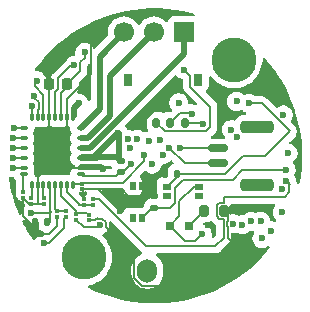
<source format=gbr>
%TF.GenerationSoftware,KiCad,Pcbnew,9.0.4*%
%TF.CreationDate,2025-10-05T00:11:34-04:00*%
%TF.ProjectId,bldc motor controller,626c6463-206d-46f7-946f-7220636f6e74,rev?*%
%TF.SameCoordinates,Original*%
%TF.FileFunction,Copper,L1,Top*%
%TF.FilePolarity,Positive*%
%FSLAX46Y46*%
G04 Gerber Fmt 4.6, Leading zero omitted, Abs format (unit mm)*
G04 Created by KiCad (PCBNEW 9.0.4) date 2025-10-05 00:11:34*
%MOMM*%
%LPD*%
G01*
G04 APERTURE LIST*
G04 Aperture macros list*
%AMRoundRect*
0 Rectangle with rounded corners*
0 $1 Rounding radius*
0 $2 $3 $4 $5 $6 $7 $8 $9 X,Y pos of 4 corners*
0 Add a 4 corners polygon primitive as box body*
4,1,4,$2,$3,$4,$5,$6,$7,$8,$9,$2,$3,0*
0 Add four circle primitives for the rounded corners*
1,1,$1+$1,$2,$3*
1,1,$1+$1,$4,$5*
1,1,$1+$1,$6,$7*
1,1,$1+$1,$8,$9*
0 Add four rect primitives between the rounded corners*
20,1,$1+$1,$2,$3,$4,$5,0*
20,1,$1+$1,$4,$5,$6,$7,0*
20,1,$1+$1,$6,$7,$8,$9,0*
20,1,$1+$1,$8,$9,$2,$3,0*%
G04 Aperture macros list end*
%TA.AperFunction,ComponentPad*%
%ADD10C,1.700000*%
%TD*%
%TA.AperFunction,ComponentPad*%
%ADD11R,1.700000X1.700000*%
%TD*%
%TA.AperFunction,SMDPad,CuDef*%
%ADD12RoundRect,0.075000X-0.075000X0.125000X-0.075000X-0.125000X0.075000X-0.125000X0.075000X0.125000X0*%
%TD*%
%TA.AperFunction,SMDPad,CuDef*%
%ADD13RoundRect,0.140000X-0.140000X-0.170000X0.140000X-0.170000X0.140000X0.170000X-0.140000X0.170000X0*%
%TD*%
%TA.AperFunction,SMDPad,CuDef*%
%ADD14RoundRect,0.150000X-0.700000X0.150000X-0.700000X-0.150000X0.700000X-0.150000X0.700000X0.150000X0*%
%TD*%
%TA.AperFunction,SMDPad,CuDef*%
%ADD15RoundRect,0.250000X-1.150000X0.250000X-1.150000X-0.250000X1.150000X-0.250000X1.150000X0.250000X0*%
%TD*%
%TA.AperFunction,ComponentPad*%
%ADD16C,3.800000*%
%TD*%
%TA.AperFunction,ComponentPad*%
%ADD17O,1.700000X2.000000*%
%TD*%
%TA.AperFunction,ComponentPad*%
%ADD18RoundRect,0.250000X0.600000X0.750000X-0.600000X0.750000X-0.600000X-0.750000X0.600000X-0.750000X0*%
%TD*%
%TA.AperFunction,SMDPad,CuDef*%
%ADD19RoundRect,0.140000X-0.170000X0.140000X-0.170000X-0.140000X0.170000X-0.140000X0.170000X0.140000X0*%
%TD*%
%TA.AperFunction,SMDPad,CuDef*%
%ADD20RoundRect,0.150000X0.150000X0.275000X-0.150000X0.275000X-0.150000X-0.275000X0.150000X-0.275000X0*%
%TD*%
%TA.AperFunction,SMDPad,CuDef*%
%ADD21RoundRect,0.187500X0.187500X0.362500X-0.187500X0.362500X-0.187500X-0.362500X0.187500X-0.362500X0*%
%TD*%
%TA.AperFunction,SMDPad,CuDef*%
%ADD22RoundRect,0.075000X0.075000X-0.125000X0.075000X0.125000X-0.075000X0.125000X-0.075000X-0.125000X0*%
%TD*%
%TA.AperFunction,SMDPad,CuDef*%
%ADD23R,0.800000X0.800000*%
%TD*%
%TA.AperFunction,SMDPad,CuDef*%
%ADD24R,0.550000X0.720000*%
%TD*%
%TA.AperFunction,SMDPad,CuDef*%
%ADD25RoundRect,0.225000X-0.225000X-0.250000X0.225000X-0.250000X0.225000X0.250000X-0.225000X0.250000X0*%
%TD*%
%TA.AperFunction,SMDPad,CuDef*%
%ADD26RoundRect,0.135000X0.135000X0.185000X-0.135000X0.185000X-0.135000X-0.185000X0.135000X-0.185000X0*%
%TD*%
%TA.AperFunction,SMDPad,CuDef*%
%ADD27R,0.720000X0.550000*%
%TD*%
%TA.AperFunction,SMDPad,CuDef*%
%ADD28RoundRect,0.200000X-0.200000X-0.275000X0.200000X-0.275000X0.200000X0.275000X-0.200000X0.275000X0*%
%TD*%
%TA.AperFunction,SMDPad,CuDef*%
%ADD29RoundRect,0.140000X0.170000X-0.140000X0.170000X0.140000X-0.170000X0.140000X-0.170000X-0.140000X0*%
%TD*%
%TA.AperFunction,SMDPad,CuDef*%
%ADD30O,0.790000X0.280000*%
%TD*%
%TA.AperFunction,SMDPad,CuDef*%
%ADD31O,0.280000X0.790000*%
%TD*%
%TA.AperFunction,SMDPad,CuDef*%
%ADD32R,3.000000X4.000000*%
%TD*%
%TA.AperFunction,ViaPad*%
%ADD33C,0.600000*%
%TD*%
%TA.AperFunction,Conductor*%
%ADD34C,0.200000*%
%TD*%
%TA.AperFunction,Conductor*%
%ADD35C,0.500000*%
%TD*%
G04 APERTURE END LIST*
D10*
%TO.P,U8,3,3*%
%TO.N,PHASE-C*%
X139910000Y-77550000D03*
%TO.P,U8,2,2*%
%TO.N,PHASE-B*%
X142450000Y-77550000D03*
D11*
%TO.P,U8,1,1*%
%TO.N,PHASE-A*%
X144990000Y-77550000D03*
%TD*%
D12*
%TO.P,R3,1*%
%TO.N,Net-(U1-SOB)*%
X135900000Y-92950000D03*
%TO.P,R3,2*%
%TO.N,SOB*%
X135900000Y-93450000D03*
%TD*%
%TO.P,C4,1*%
%TO.N,Net-(U1-SOB)*%
X136925000Y-92975000D03*
%TO.P,C4,2*%
%TO.N,TI_AGND*%
X136925000Y-93475000D03*
%TD*%
%TO.P,R9,1*%
%TO.N,Net-(U1-SDI{slash}GAIN)*%
X132049750Y-91550000D03*
%TO.P,R9,2*%
%TO.N,TI_AGND*%
X132049750Y-92050000D03*
%TD*%
D13*
%TO.P,C18,2*%
%TO.N,TI_VREF*%
X133380000Y-93600000D03*
%TO.P,C18,1*%
%TO.N,TI_AGND*%
X132420000Y-93600000D03*
%TD*%
D12*
%TO.P,R11,1*%
%TO.N,Net-(U1-nSCS{slash}OCP)*%
X133150000Y-91550000D03*
%TO.P,R11,2*%
%TO.N,TI_AGND*%
X133150000Y-92050000D03*
%TD*%
D14*
%TO.P,U7,1,1*%
%TO.N,CAN_RX*%
X147850000Y-87375000D03*
%TO.P,U7,2,2*%
%TO.N,CAN_TX*%
X147850000Y-88625000D03*
D15*
%TO.P,U7,MP*%
%TO.N,N/C*%
X151200000Y-85525000D03*
X151200000Y-90475000D03*
%TD*%
D16*
%TO.P,REF\u002A\u002A,1*%
%TO.N,N/C*%
X149250000Y-79850000D03*
%TD*%
%TO.P,REF\u002A\u002A,1*%
%TO.N,N/C*%
X136500000Y-96600000D03*
%TD*%
D17*
%TO.P,CN1,2,2*%
%TO.N,+BATT*%
X141900000Y-97750000D03*
D18*
%TO.P,CN1,1,1*%
%TO.N,TI_AGND*%
X144400000Y-97750000D03*
%TD*%
D19*
%TO.P,C10,2*%
%TO.N,TI_AVDD*%
X139649750Y-89380000D03*
%TO.P,C10,1*%
%TO.N,+BATT*%
X139649750Y-88420000D03*
%TD*%
D20*
%TO.P,U2,1,1*%
%TO.N,UART_TX*%
X145050000Y-85200000D03*
%TO.P,U2,2,2*%
%TO.N,UART_RX*%
X143850000Y-85200000D03*
%TO.P,U2,3,3*%
%TO.N,TI_VREF*%
X142650000Y-85200000D03*
%TO.P,U2,4,4*%
%TO.N,TI_AGND*%
X141450000Y-85200000D03*
D21*
%TO.P,U2,MP*%
%TO.N,N/C*%
X146225000Y-81575000D03*
X140275000Y-81575000D03*
%TD*%
D22*
%TO.P,C3,2*%
%TO.N,TI_AGND*%
X136524750Y-91675000D03*
%TO.P,C3,1*%
%TO.N,Net-(U1-SOA)*%
X136524750Y-92175000D03*
%TD*%
D12*
%TO.P,C5,2*%
%TO.N,TI_AGND*%
X134249750Y-93150000D03*
%TO.P,C5,1*%
%TO.N,Net-(U1-SOC)*%
X134249750Y-92650000D03*
%TD*%
D22*
%TO.P,C6,1*%
%TO.N,TI_AGND*%
X136349750Y-90850000D03*
%TO.P,C6,2*%
%TO.N,I-LIMIT*%
X136349750Y-90350000D03*
%TD*%
D23*
%TO.P,LED1,2,A*%
%TO.N,TI_VREF*%
X143800500Y-93950000D03*
%TO.P,LED1,1,K*%
%TO.N,Net-(LED1-K)*%
X145399500Y-93950000D03*
%TD*%
D22*
%TO.P,R2,2*%
%TO.N,SOA*%
X137325000Y-91675000D03*
%TO.P,R2,1*%
%TO.N,Net-(U1-SOA)*%
X137325000Y-92175000D03*
%TD*%
D12*
%TO.P,R4,1*%
%TO.N,Net-(U1-SOC)*%
X135000000Y-92650000D03*
%TO.P,R4,2*%
%TO.N,SOC*%
X135000000Y-93150000D03*
%TD*%
%TO.P,R10,2*%
%TO.N,TI_AGND*%
X131400000Y-91600000D03*
%TO.P,R10,1*%
%TO.N,Net-(U1-SDO{slash}MODE_SR)*%
X131400000Y-91100000D03*
%TD*%
D24*
%TO.P,SW1,4,4*%
%TO.N,unconnected-(SW1-Pad4)*%
X140650000Y-93250000D03*
%TO.P,SW1,3,3*%
%TO.N,unconnected-(SW1-Pad3)*%
X140650000Y-90550000D03*
%TO.P,SW1,2,2*%
%TO.N,Reset*%
X141450000Y-93250000D03*
%TO.P,SW1,1,1*%
%TO.N,TI_AGND*%
X141450000Y-90550000D03*
%TD*%
D25*
%TO.P,C7,1*%
%TO.N,TI_AGND*%
X133575000Y-81900000D03*
%TO.P,C7,2*%
%TO.N,TI_AVDD*%
X135125000Y-81900000D03*
%TD*%
D26*
%TO.P,R7,2*%
%TO.N,TI_AGND*%
X143390000Y-89500000D03*
%TO.P,R7,1*%
%TO.N,BOOT0*%
X144410000Y-89500000D03*
%TD*%
D27*
%TO.P,SW2,4,4*%
%TO.N,BOOT0*%
X143550000Y-90600000D03*
%TO.P,SW2,3,3*%
%TO.N,TI_VREF*%
X146250000Y-90600000D03*
%TO.P,SW2,2,2*%
%TO.N,unconnected-(SW2-Pad2)*%
X143550000Y-91400000D03*
%TO.P,SW2,1,1*%
%TO.N,unconnected-(SW2-Pad1)*%
X146250000Y-91400000D03*
%TD*%
D28*
%TO.P,R8,1*%
%TO.N,Net-(LED1-K)*%
X146725000Y-92650000D03*
%TO.P,R8,2*%
%TO.N,TI_AGND*%
X148375000Y-92650000D03*
%TD*%
D29*
%TO.P,C24,1*%
%TO.N,Reset*%
X142450000Y-92380000D03*
%TO.P,C24,2*%
%TO.N,TI_AGND*%
X142450000Y-91420000D03*
%TD*%
D30*
%TO.P,U1,1,CP*%
%TO.N,TI_AVDD*%
X136257500Y-89550000D03*
%TO.P,U1,2,VM*%
%TO.N,TI_AGND*%
X136257500Y-89050000D03*
%TO.P,U1,3,PGND*%
%TO.N,+BATT*%
X136257500Y-88200000D03*
%TO.P,U1,4,OUTA*%
%TO.N,PHASE-A*%
X136257500Y-87350000D03*
%TO.P,U1,5,OUTB*%
%TO.N,PHASE-B*%
X136257500Y-86500000D03*
%TO.P,U1,6,OUTC*%
%TO.N,PHASE-C*%
X136257500Y-85650000D03*
D31*
%TO.P,U1,7,PGND*%
%TO.N,+BATT*%
X135600000Y-84692500D03*
%TO.P,U1,8,AGND*%
%TO.N,TI_AGND*%
X135100000Y-84692500D03*
%TO.P,U1,9,AVDD*%
%TO.N,TI_AVDD*%
X134600000Y-84692500D03*
%TO.P,U1,10,GVDD*%
%TO.N,I-LIMIT*%
X134100000Y-84692500D03*
%TO.P,U1,11,DRVOFF*%
%TO.N,TI_AGND*%
X133600000Y-84692500D03*
%TO.P,U1,12,nFAULT*%
%TO.N,TI_FAULT*%
X133100000Y-84692500D03*
%TO.P,U1,13,nSLEEP*%
%TO.N,TI_AVDD*%
X132600000Y-84692500D03*
%TO.P,U1,14,INHA*%
%TO.N,TIM1_CH1*%
X132100000Y-84692500D03*
D30*
%TO.P,U1,15,INLA*%
%TO.N,TIM1_CH1N*%
X131442500Y-85650000D03*
%TO.P,U1,16,INHB*%
%TO.N,TIM1_CH2*%
X131442500Y-86500000D03*
%TO.P,U1,17,INLB*%
%TO.N,TIM1_CH2N*%
X131442500Y-87350000D03*
%TO.P,U1,18,INHC*%
%TO.N,TIM1_CH3*%
X131442500Y-88200000D03*
%TO.P,U1,19,INLC*%
%TO.N,TIM1_CH3N*%
X131442500Y-89050000D03*
%TO.P,U1,20,SDO/MODE_SR*%
%TO.N,Net-(U1-SDO{slash}MODE_SR)*%
X131442500Y-89550000D03*
D31*
%TO.P,U1,21,SDI/GAIN*%
%TO.N,Net-(U1-SDI{slash}GAIN)*%
X132100000Y-90507500D03*
%TO.P,U1,22,SCLK/SLEW*%
%TO.N,TI_AGND*%
X132600000Y-90507500D03*
%TO.P,U1,23,nSCS/OCP*%
%TO.N,Net-(U1-nSCS{slash}OCP)*%
X133100000Y-90507500D03*
%TO.P,U1,24,VREF*%
%TO.N,TI_VREF*%
X133600000Y-90507500D03*
%TO.P,U1,25,SOC*%
%TO.N,Net-(U1-SOC)*%
X134100000Y-90507500D03*
%TO.P,U1,26,SOB*%
%TO.N,Net-(U1-SOB)*%
X134600000Y-90507500D03*
%TO.P,U1,27,SOA*%
%TO.N,Net-(U1-SOA)*%
X135100000Y-90507500D03*
%TO.P,U1,28,ILIMIT*%
%TO.N,I-LIMIT*%
X135600000Y-90507500D03*
D32*
%TO.P,U1,29,EP*%
%TO.N,TI_AGND*%
X133850000Y-87600000D03*
%TD*%
D33*
%TO.N,TI_AGND*%
X147052917Y-93897083D03*
X139550000Y-92650000D03*
%TO.N,SOB*%
X137874000Y-93851000D03*
%TO.N,TIM1_CH3N*%
X153412018Y-84537980D03*
%TO.N,TI_VREF*%
X145000062Y-80700062D03*
%TO.N,I-LIMIT*%
X135726910Y-80350000D03*
%TO.N,SCL1*%
X144550000Y-83500000D03*
%TO.N,TI_FAULT*%
X153818419Y-87800000D03*
%TO.N,CAN_RX*%
X144634828Y-87343799D03*
%TO.N,CAN_TX*%
X143770762Y-87328263D03*
%TO.N,SCL1*%
X149010487Y-85781545D03*
%TO.N,TIM1_CH1N*%
X149952231Y-93817943D03*
%TO.N,SOC*%
X150705514Y-93540000D03*
%TO.N,MOSI1*%
X149450000Y-86450000D03*
%TO.N,UART_TX*%
X153300000Y-92800000D03*
%TO.N,SOA*%
X153678553Y-90127028D03*
%TO.N,TI_VREF*%
X146552917Y-94650000D03*
%TO.N,SCK1*%
X151505374Y-93525002D03*
%TO.N,TI_AGND*%
X152150000Y-82850000D03*
%TO.N,UART_TX*%
X146634998Y-85334785D03*
%TO.N,UART_RX*%
X145640287Y-84443115D03*
X152373265Y-94355583D03*
%TO.N,NSS1*%
X151600000Y-95000000D03*
%TO.N,Reset*%
X153649369Y-89199928D03*
%TO.N,SOB*%
X153328641Y-90846446D03*
%TO.N,TIM1_CH2N*%
X149155514Y-93745514D03*
%TO.N,TI_AGND*%
X148715544Y-96357772D03*
X143037103Y-83361483D03*
%TO.N,+BATT*%
X136100000Y-83536217D03*
%TO.N,SOC*%
X133150000Y-95400000D03*
%TO.N,+BATT*%
X139450000Y-86089416D03*
%TO.N,I-LIMIT*%
X141624555Y-87926974D03*
%TO.N,TI_AVDD*%
X140550001Y-88702000D03*
%TO.N,TIM1_CH2*%
X140469778Y-87369221D03*
%TO.N,TI_VREF*%
X132049000Y-92850000D03*
%TO.N,TI_AGND*%
X132900000Y-94600000D03*
%TO.N,TIM1_CH3*%
X143200000Y-87900000D03*
%TO.N,TI_AVDD*%
X132325680Y-82924320D03*
%TO.N,TIM1_CH1*%
X142301000Y-88700000D03*
X132100000Y-83749750D03*
%TO.N,TI_AGND*%
X138156663Y-89114877D03*
%TO.N,TIM1_CH3N*%
X130549750Y-89000000D03*
%TO.N,TIM1_CH1N*%
X130599750Y-85650000D03*
%TO.N,TIM1_CH3*%
X130549750Y-88200000D03*
%TO.N,TIM1_CH2*%
X130549750Y-86500000D03*
%TO.N,SCK1*%
X141050000Y-86600000D03*
%TO.N,MISO1*%
X142050000Y-86725974D03*
%TO.N,MOSI1*%
X143000000Y-86700000D03*
%TO.N,TI_FAULT*%
X132560290Y-81654050D03*
%TO.N,TIM1_CH2N*%
X130549750Y-87350000D03*
%TO.N,NSS1*%
X140249997Y-86600000D03*
%TO.N,BOOT0*%
X150500000Y-83550000D03*
%TO.N,MISO1*%
X149450000Y-83400000D03*
%TO.N,TI_AGND*%
X136600000Y-78000000D03*
%TO.N,TI_AVDD*%
X136600000Y-79249000D03*
%TD*%
D34*
%TO.N,TI_AGND*%
X136600000Y-78000000D02*
X133575000Y-81025000D01*
X133575000Y-81025000D02*
X133575000Y-81900000D01*
%TO.N,TI_AVDD*%
X136600000Y-79249000D02*
X136600000Y-79700000D01*
X136600000Y-79700000D02*
X136227910Y-80072090D01*
X136227910Y-80072090D02*
X136227910Y-80797090D01*
X136227910Y-80797090D02*
X135125000Y-81900000D01*
%TO.N,TI_AGND*%
X132049750Y-92051000D02*
X131849586Y-92051000D01*
X131850000Y-92050000D02*
X131400000Y-91600000D01*
X131849586Y-92051000D02*
X131399293Y-91600707D01*
X132049750Y-92050000D02*
X131850000Y-92050000D01*
X131400000Y-91600000D02*
X131400000Y-93100000D01*
X131400000Y-93100000D02*
X132900000Y-94600000D01*
%TO.N,Net-(U1-SDO{slash}MODE_SR)*%
X131400000Y-91100000D02*
X131400000Y-89592500D01*
X131400000Y-89592500D02*
X131442500Y-89550000D01*
%TO.N,TI_VREF*%
X143800500Y-93950000D02*
X145100500Y-95250000D01*
X145100500Y-95250000D02*
X145952917Y-95250000D01*
X145952917Y-95250000D02*
X146552917Y-94650000D01*
%TO.N,SOA*%
X153678553Y-90127028D02*
X153929641Y-90378116D01*
X153929641Y-90378116D02*
X153929641Y-91095389D01*
X148350000Y-94941479D02*
X147641479Y-95650000D01*
X147774000Y-92203358D02*
X147774000Y-93096642D01*
X153929641Y-91095389D02*
X153577584Y-91447446D01*
X153577584Y-91447446D02*
X148388490Y-91447446D01*
X148388490Y-91447446D02*
X148350000Y-91485936D01*
X148350000Y-91485936D02*
X148350000Y-91974000D01*
X148350000Y-91974000D02*
X148003358Y-91974000D01*
X148003358Y-91974000D02*
X147774000Y-92203358D01*
X147774000Y-93096642D02*
X148003358Y-93326000D01*
X148003358Y-93326000D02*
X148350000Y-93326000D01*
X148350000Y-93326000D02*
X148350000Y-94941479D01*
X147641479Y-95650000D02*
X141813000Y-95650000D01*
X141813000Y-95650000D02*
X137838000Y-91675000D01*
X137838000Y-91675000D02*
X137325000Y-91675000D01*
%TO.N,TI_AGND*%
X148700000Y-93998521D02*
X148654514Y-93953035D01*
X148700000Y-92975000D02*
X148375000Y-92650000D01*
X149403108Y-95670208D02*
X148700000Y-94967100D01*
X148700000Y-94967100D02*
X148700000Y-93998521D01*
X148654514Y-93953035D02*
X148654514Y-93537993D01*
X148715544Y-96357772D02*
X149403108Y-95670208D01*
X148654514Y-93537993D02*
X148700000Y-93492507D01*
X148700000Y-93492507D02*
X148700000Y-92975000D01*
X137150000Y-78550000D02*
X136600000Y-78000000D01*
X135100000Y-84692500D02*
X135100000Y-83150110D01*
X137150000Y-81100110D02*
X137150000Y-78550000D01*
X135100000Y-83150110D02*
X137150000Y-81100110D01*
X136349750Y-90850000D02*
X137750000Y-90850000D01*
X137750000Y-90850000D02*
X139550000Y-92650000D01*
X136925000Y-93475000D02*
X137475000Y-93475000D01*
X137475000Y-93475000D02*
X137701000Y-93249000D01*
X143099000Y-99051000D02*
X144400000Y-97750000D01*
X140749000Y-96449000D02*
X140749000Y-98376760D01*
X137701000Y-93249000D02*
X137701000Y-93350000D01*
X138375000Y-93643479D02*
X138375000Y-94058521D01*
X141423240Y-99051000D02*
X143099000Y-99051000D01*
X137701000Y-93350000D02*
X138081521Y-93350000D01*
X138375000Y-94058521D02*
X138366761Y-94066761D01*
X138366761Y-94066761D02*
X140749000Y-96449000D01*
X140749000Y-98376760D02*
X141423240Y-99051000D01*
X138081521Y-93350000D02*
X138375000Y-93643479D01*
%TO.N,SOB*%
X137874000Y-93851000D02*
X137675000Y-94050000D01*
X137675000Y-94050000D02*
X136500000Y-94050000D01*
X136500000Y-94050000D02*
X135900000Y-93450000D01*
%TO.N,Net-(U1-SOA)*%
X135100000Y-90507500D02*
X135100000Y-91102500D01*
X136172500Y-92175000D02*
X136524750Y-92175000D01*
X135100000Y-91102500D02*
X136172500Y-92175000D01*
%TO.N,UART_RX*%
X144650199Y-84399801D02*
X143850000Y-85200000D01*
X145640287Y-84443115D02*
X145596973Y-84399801D01*
X145596973Y-84399801D02*
X144650199Y-84399801D01*
%TO.N,Net-(U1-nSCS{slash}OCP)*%
X133150000Y-91550000D02*
X133049750Y-91449750D01*
X133049750Y-91449750D02*
X133049750Y-90557750D01*
X133049750Y-90557750D02*
X133100000Y-90507500D01*
%TO.N,TI_VREF*%
X133659000Y-90945168D02*
X133699000Y-90985168D01*
X133699000Y-92666350D02*
X133700000Y-92667350D01*
X133600000Y-90757500D02*
X133659000Y-90816500D01*
X133699000Y-90985168D02*
X133699000Y-92666350D01*
X133659000Y-90816500D02*
X133659000Y-90945168D01*
X133700000Y-92667350D02*
X133700000Y-92799750D01*
X133700000Y-92799750D02*
X133649750Y-92850000D01*
%TO.N,Net-(U1-SOC)*%
X134249750Y-92650000D02*
X134100000Y-92500250D01*
%TO.N,SOC*%
X133150000Y-95400000D02*
X133566793Y-95400000D01*
X133566793Y-95400000D02*
X134850750Y-94116043D01*
X134850750Y-93299250D02*
X135000000Y-93150000D01*
X134850750Y-94116043D02*
X134850750Y-93299250D01*
%TO.N,TI_AGND*%
X134249750Y-93150000D02*
X134249750Y-93917800D01*
X134249750Y-93917800D02*
X133567550Y-94600000D01*
X133567550Y-94600000D02*
X132900000Y-94600000D01*
%TO.N,SOA*%
X137788000Y-91675000D02*
X137325000Y-91675000D01*
%TO.N,Net-(U1-SOB)*%
X135900000Y-92666426D02*
X135900000Y-92950000D01*
X136799000Y-92849000D02*
X135900000Y-92849000D01*
%TO.N,TI_AGND*%
X136349750Y-90850000D02*
X139713000Y-90850000D01*
X139713000Y-90850000D02*
X140283000Y-91420000D01*
X140283000Y-91420000D02*
X142450000Y-91420000D01*
X148715544Y-96357772D02*
X147323316Y-97750000D01*
X147323316Y-97750000D02*
X144400000Y-97750000D01*
%TO.N,Net-(U1-SOB)*%
X134600000Y-90507500D02*
X134600000Y-91366426D01*
X134600000Y-91366426D02*
X135900000Y-92666426D01*
%TO.N,TI_AGND*%
X133600000Y-84692500D02*
X133600000Y-87350000D01*
X135100000Y-86350000D02*
X135100000Y-84692500D01*
X132600000Y-90507500D02*
X132600000Y-88850000D01*
X136257500Y-89050000D02*
X135300000Y-89050000D01*
X135300000Y-89050000D02*
X133850000Y-87600000D01*
%TO.N,TI_VREF*%
X143385785Y-85935785D02*
X142650000Y-85200000D01*
X145000062Y-80700062D02*
X145550000Y-81250000D01*
X147235998Y-83832038D02*
X147235998Y-85583728D01*
X145550000Y-81250000D02*
X145550000Y-82146040D01*
X145550000Y-82146040D02*
X147235998Y-83832038D01*
X147235998Y-85583728D02*
X146883941Y-85935785D01*
X146883941Y-85935785D02*
X143385785Y-85935785D01*
D35*
%TO.N,+BATT*%
X137298997Y-88200000D02*
X136257500Y-88200000D01*
X139498997Y-88269247D02*
X139649750Y-88420000D01*
X139450000Y-86089416D02*
X139472589Y-86089416D01*
X139472589Y-86089416D02*
X139498997Y-86115824D01*
X139498997Y-86115824D02*
X139498997Y-88269247D01*
X139450000Y-86089416D02*
X139409581Y-86089416D01*
X139409581Y-86089416D02*
X137298997Y-88200000D01*
D34*
%TO.N,BOOT0*%
X144410000Y-89500000D02*
X148466968Y-89500000D01*
X151574095Y-83550000D02*
X150500000Y-83550000D01*
X149966968Y-88000000D02*
X151900000Y-88000000D01*
X148466968Y-89500000D02*
X149966968Y-88000000D01*
X151900000Y-88000000D02*
X153962048Y-85937952D01*
X153962048Y-85937952D02*
X151574095Y-83550000D01*
%TO.N,Reset*%
X149120100Y-90024000D02*
X149944172Y-89199928D01*
X149944172Y-89199928D02*
X153649369Y-89199928D01*
%TO.N,Net-(LED1-K)*%
X146699500Y-92650000D02*
X145399500Y-93950000D01*
%TO.N,TI_VREF*%
X146250000Y-90600000D02*
X145813000Y-90600000D01*
X145813000Y-90600000D02*
X144612000Y-91801000D01*
X144612000Y-93138500D02*
X143800500Y-93950000D01*
X144612000Y-91801000D02*
X144612000Y-93138500D01*
%TO.N,Reset*%
X144926000Y-90024000D02*
X144211000Y-90739000D01*
X149120100Y-90024000D02*
X144926000Y-90024000D01*
X144211000Y-91976000D02*
X143807000Y-92380000D01*
X144211000Y-90739000D02*
X144211000Y-91976000D01*
X143807000Y-92380000D02*
X142200000Y-92380000D01*
%TO.N,UART_TX*%
X145050000Y-85200000D02*
X146500213Y-85200000D01*
X146500213Y-85200000D02*
X146634998Y-85334785D01*
%TO.N,TI_AGND*%
X143037103Y-83361483D02*
X143037103Y-83612897D01*
X143037103Y-83612897D02*
X141450000Y-85200000D01*
D35*
%TO.N,PHASE-B*%
X136257500Y-86500000D02*
X136872500Y-86500000D01*
X136872500Y-86500000D02*
X138750000Y-84622500D01*
X138750000Y-84622500D02*
X138750000Y-81250000D01*
X138750000Y-81250000D02*
X142450000Y-77550000D01*
%TO.N,PHASE-C*%
X136257500Y-85650000D02*
X137850000Y-84057500D01*
X137850000Y-84057500D02*
X137850000Y-79610000D01*
X137850000Y-79610000D02*
X139910000Y-77550000D01*
D34*
%TO.N,I-LIMIT*%
X135726910Y-80350000D02*
X135449890Y-80350000D01*
X135449890Y-80350000D02*
X134374000Y-81425890D01*
D35*
%TO.N,+BATT*%
X136100000Y-83536217D02*
X135700000Y-83936217D01*
X135700000Y-83936217D02*
X135700000Y-84592500D01*
%TO.N,TI_AGND*%
X138114877Y-89114877D02*
X137959000Y-88959000D01*
X138156663Y-89114877D02*
X138114877Y-89114877D01*
X137959000Y-88959000D02*
X136257500Y-88959000D01*
D34*
%TO.N,TI_AVDD*%
X136257500Y-89550000D02*
X136457500Y-89750000D01*
X136457500Y-89750000D02*
X139279750Y-89750000D01*
X139279750Y-89750000D02*
X139649750Y-89380000D01*
%TO.N,I-LIMIT*%
X141624555Y-87926974D02*
X141624555Y-88477389D01*
X141624555Y-88477389D02*
X139801944Y-90300000D01*
X139801944Y-90300000D02*
X136399750Y-90300000D01*
X135600000Y-90507500D02*
X135758500Y-90349000D01*
%TO.N,TI_AGND*%
X143390000Y-89500000D02*
X142500000Y-89500000D01*
X142500000Y-89500000D02*
X141450000Y-90550000D01*
D35*
%TO.N,PHASE-A*%
X136257500Y-87350000D02*
X137013864Y-87350000D01*
X137013864Y-87350000D02*
X144990000Y-79373864D01*
X144990000Y-79373864D02*
X144990000Y-77550000D01*
%TO.N,+BATT*%
X136257500Y-88200000D02*
X136358500Y-88099000D01*
X136358500Y-88099000D02*
X139328750Y-88099000D01*
X139328750Y-88099000D02*
X139649750Y-88420000D01*
D34*
%TO.N,I-LIMIT*%
X134100000Y-82600110D02*
X134100000Y-84692500D01*
X134374000Y-81425890D02*
X134374000Y-82326110D01*
X134374000Y-82326110D02*
X134100000Y-82600110D01*
%TO.N,+BATT*%
X135700000Y-84592500D02*
X135600000Y-84692500D01*
%TO.N,Net-(U1-SDI{slash}GAIN)*%
X132100000Y-90507500D02*
X132100000Y-91499750D01*
%TO.N,TI_AGND*%
X132049750Y-92050000D02*
X133049750Y-92050000D01*
%TO.N,TI_VREF*%
X132049000Y-92850000D02*
X133649750Y-92850000D01*
%TO.N,TI_AGND*%
X132670000Y-93600000D02*
X132670000Y-94370000D01*
X132670000Y-94370000D02*
X132900000Y-94600000D01*
%TO.N,TI_AVDD*%
X132325680Y-83075680D02*
X132701000Y-83451000D01*
X132325680Y-82924320D02*
X132325680Y-83075680D01*
X132701000Y-83451000D02*
X132701000Y-83998693D01*
X132701000Y-83998693D02*
X132600000Y-84099693D01*
X132600000Y-84099693D02*
X132600000Y-84692500D01*
%TO.N,TI_FAULT*%
X132560290Y-81654050D02*
X132350000Y-81864340D01*
X132350000Y-81864340D02*
X132350000Y-82100110D01*
X132350000Y-82100110D02*
X133102000Y-82852110D01*
X133102000Y-82852110D02*
X133102000Y-84690500D01*
X132560290Y-81654050D02*
X132414340Y-81800000D01*
X132414340Y-81800000D02*
X132350000Y-81800000D01*
%TO.N,TI_AVDD*%
X134600000Y-84692500D02*
X134600000Y-82667210D01*
X134600000Y-82667210D02*
X135125000Y-82142210D01*
%TO.N,TI_AGND*%
X133600000Y-84692500D02*
X133600000Y-81925000D01*
%TO.N,BOOT0*%
X144390000Y-89500000D02*
X144390000Y-89760000D01*
X144390000Y-89760000D02*
X143550000Y-90600000D01*
%TO.N,TI_AGND*%
X141580000Y-90550000D02*
X142450000Y-91420000D01*
%TO.N,Reset*%
X142320000Y-92380000D02*
X141450000Y-93250000D01*
%TO.N,TI_VREF*%
X133649750Y-92850000D02*
X133630000Y-92869750D01*
X133630000Y-92869750D02*
X133630000Y-93600000D01*
%TO.N,TI_AGND*%
X136449750Y-90950000D02*
X136349750Y-90850000D01*
X136524750Y-91675000D02*
X136524750Y-91075000D01*
%TO.N,TIM1_CH3N*%
X131442500Y-89050000D02*
X130599750Y-89050000D01*
%TO.N,TIM1_CH2N*%
X131442500Y-87350000D02*
X130549750Y-87350000D01*
%TO.N,Net-(U1-SOA)*%
X136122500Y-92175000D02*
X137224750Y-92175000D01*
%TO.N,TIM1_CH3*%
X131442500Y-88200000D02*
X130549750Y-88200000D01*
%TO.N,Net-(U1-SOC)*%
X134249750Y-92650000D02*
X134949750Y-92650000D01*
%TO.N,TIM1_CH2*%
X131442500Y-86500000D02*
X130549750Y-86500000D01*
%TO.N,TIM1_CH1*%
X132100000Y-84692500D02*
X132100000Y-83749750D01*
%TO.N,TIM1_CH1N*%
X131442500Y-85650000D02*
X130599750Y-85650000D01*
%TO.N,I-LIMIT*%
X135758500Y-90349000D02*
X136349750Y-90349000D01*
%TO.N,Net-(U1-SDO{slash}MODE_SR)*%
X131349750Y-89642750D02*
X131442500Y-89550000D01*
%TO.N,TI_AGND*%
X132600750Y-92051000D02*
X133049750Y-92051000D01*
X132598750Y-92049000D02*
X132600750Y-92051000D01*
X132598750Y-90508750D02*
X132598750Y-92049000D01*
%TO.N,TI_AVDD*%
X140550001Y-88702000D02*
X140548000Y-88702000D01*
X140548000Y-88702000D02*
X139870000Y-89380000D01*
D35*
%TO.N,+BATT*%
X137629750Y-88200000D02*
X136257500Y-88200000D01*
D34*
%TO.N,CAN_TX*%
X145067499Y-88625000D02*
X143770762Y-87328263D01*
X148200000Y-88625000D02*
X145067499Y-88625000D01*
%TO.N,CAN_RX*%
X144634828Y-87343799D02*
X144917671Y-87343799D01*
X144917671Y-87343799D02*
X144948872Y-87375000D01*
X144948872Y-87375000D02*
X148200000Y-87375000D01*
%TO.N,SOA*%
X153678553Y-90127028D02*
X153950000Y-90398475D01*
%TO.N,Net-(U1-SOC)*%
X134100000Y-92500250D02*
X134100000Y-90507500D01*
%TD*%
%TA.AperFunction,Conductor*%
%TO.N,TI_AGND*%
G36*
X138835066Y-93527550D02*
G01*
X138861388Y-93547623D01*
X141332478Y-96018713D01*
X141332480Y-96018716D01*
X141444284Y-96130520D01*
X141444459Y-96130621D01*
X141450337Y-96136495D01*
X141463385Y-96160374D01*
X141479410Y-96182362D01*
X141479892Y-96190581D01*
X141483841Y-96197808D01*
X141481908Y-96224947D01*
X141483502Y-96252112D01*
X141479462Y-96259289D01*
X141478878Y-96267501D01*
X141462580Y-96289285D01*
X141449234Y-96313001D01*
X141441956Y-96316854D01*
X141437024Y-96323448D01*
X141401004Y-96342134D01*
X141381586Y-96348443D01*
X141192179Y-96444951D01*
X141020213Y-96569890D01*
X140869890Y-96720213D01*
X140744951Y-96892179D01*
X140648444Y-97081585D01*
X140582753Y-97283760D01*
X140549500Y-97493713D01*
X140549500Y-98006286D01*
X140580511Y-98202085D01*
X140582754Y-98216243D01*
X140600019Y-98269380D01*
X140648444Y-98418414D01*
X140744951Y-98607820D01*
X140869890Y-98779786D01*
X141020213Y-98930109D01*
X141192179Y-99055048D01*
X141192181Y-99055049D01*
X141192184Y-99055051D01*
X141381588Y-99151557D01*
X141583757Y-99217246D01*
X141793713Y-99250500D01*
X141793714Y-99250500D01*
X142006286Y-99250500D01*
X142006287Y-99250500D01*
X142216243Y-99217246D01*
X142418412Y-99151557D01*
X142607816Y-99055051D01*
X142629789Y-99039086D01*
X142779786Y-98930109D01*
X142779788Y-98930106D01*
X142779792Y-98930104D01*
X142930104Y-98779792D01*
X142930106Y-98779788D01*
X142930109Y-98779786D01*
X143055048Y-98607820D01*
X143055047Y-98607820D01*
X143055051Y-98607816D01*
X143151557Y-98418412D01*
X143217246Y-98216243D01*
X143250500Y-98006287D01*
X143250500Y-97493713D01*
X143217246Y-97283757D01*
X143151557Y-97081588D01*
X143055051Y-96892184D01*
X143055049Y-96892181D01*
X143055048Y-96892179D01*
X142930109Y-96720213D01*
X142779790Y-96569894D01*
X142779785Y-96569890D01*
X142648929Y-96474818D01*
X142606263Y-96419488D01*
X142600284Y-96349875D01*
X142632889Y-96288080D01*
X142693728Y-96253723D01*
X142721814Y-96250500D01*
X147554810Y-96250500D01*
X147554826Y-96250501D01*
X147562422Y-96250501D01*
X147720533Y-96250501D01*
X147720536Y-96250501D01*
X147873264Y-96209577D01*
X147923383Y-96180639D01*
X148010195Y-96130520D01*
X148121999Y-96018716D01*
X148121999Y-96018714D01*
X148132207Y-96008507D01*
X148132209Y-96008504D01*
X148708506Y-95432207D01*
X148708511Y-95432203D01*
X148718714Y-95421999D01*
X148718716Y-95421999D01*
X148830520Y-95310195D01*
X148900062Y-95189744D01*
X148909577Y-95173264D01*
X148950501Y-95020536D01*
X148950501Y-94862422D01*
X148950501Y-94854827D01*
X148950500Y-94854809D01*
X148950500Y-94670014D01*
X148970185Y-94602975D01*
X149022989Y-94557220D01*
X149074500Y-94546014D01*
X149234358Y-94546014D01*
X149234359Y-94546013D01*
X149389011Y-94515251D01*
X149430221Y-94498180D01*
X149499688Y-94490711D01*
X149546566Y-94509640D01*
X149573043Y-94527332D01*
X149573058Y-94527340D01*
X149678846Y-94571158D01*
X149718734Y-94587680D01*
X149873384Y-94618442D01*
X149873387Y-94618443D01*
X149873389Y-94618443D01*
X150031075Y-94618443D01*
X150031076Y-94618442D01*
X150185728Y-94587680D01*
X150331410Y-94527337D01*
X150462520Y-94439732D01*
X150526104Y-94376147D01*
X150587424Y-94342664D01*
X150608278Y-94339952D01*
X150621061Y-94339383D01*
X150626672Y-94340500D01*
X150784356Y-94340500D01*
X150838556Y-94329718D01*
X150847982Y-94329300D01*
X150873113Y-94335481D01*
X150898886Y-94337788D01*
X150906484Y-94343690D01*
X150915829Y-94345989D01*
X150933626Y-94364774D01*
X150954064Y-94380650D01*
X150957265Y-94389725D01*
X150963883Y-94396710D01*
X150968698Y-94422130D01*
X150977309Y-94446540D01*
X150975096Y-94455904D01*
X150976887Y-94465359D01*
X150967193Y-94489349D01*
X150961242Y-94514537D01*
X150956589Y-94522069D01*
X150890609Y-94620814D01*
X150890602Y-94620827D01*
X150830264Y-94766498D01*
X150830261Y-94766510D01*
X150799500Y-94921153D01*
X150799500Y-95078846D01*
X150830261Y-95233489D01*
X150830264Y-95233501D01*
X150890602Y-95379172D01*
X150890609Y-95379185D01*
X150978210Y-95510288D01*
X150978213Y-95510292D01*
X151089707Y-95621786D01*
X151089711Y-95621789D01*
X151220814Y-95709390D01*
X151220827Y-95709397D01*
X151354263Y-95764667D01*
X151366503Y-95769737D01*
X151521153Y-95800499D01*
X151521156Y-95800500D01*
X151521158Y-95800500D01*
X151678844Y-95800500D01*
X151678845Y-95800499D01*
X151833497Y-95769737D01*
X151979179Y-95709394D01*
X152073887Y-95646112D01*
X152140562Y-95625235D01*
X152207942Y-95643719D01*
X152254633Y-95695698D01*
X152265809Y-95764667D01*
X152239723Y-95826528D01*
X152052256Y-96061604D01*
X152047769Y-96066918D01*
X151585201Y-96584532D01*
X151580422Y-96589586D01*
X151089586Y-97080422D01*
X151084532Y-97085201D01*
X150566918Y-97547769D01*
X150561604Y-97552256D01*
X150018885Y-97985061D01*
X150013327Y-97989244D01*
X149447186Y-98390941D01*
X149441403Y-98394805D01*
X148853633Y-98764125D01*
X148847642Y-98767659D01*
X148240086Y-99103444D01*
X148233907Y-99106636D01*
X147608483Y-99407824D01*
X147602134Y-99410665D01*
X146960814Y-99676309D01*
X146954316Y-99678790D01*
X146299087Y-99908065D01*
X146292460Y-99910177D01*
X145625418Y-100102348D01*
X145618683Y-100104085D01*
X144941923Y-100258551D01*
X144935101Y-100259908D01*
X144250733Y-100376187D01*
X144243845Y-100377159D01*
X143554052Y-100454879D01*
X143547122Y-100455464D01*
X142854036Y-100494388D01*
X142847083Y-100494583D01*
X142152917Y-100494583D01*
X142145964Y-100494388D01*
X141452877Y-100455464D01*
X141445947Y-100454879D01*
X140756154Y-100377159D01*
X140749266Y-100376187D01*
X140064898Y-100259908D01*
X140058076Y-100258551D01*
X139381316Y-100104085D01*
X139374581Y-100102348D01*
X138707539Y-99910177D01*
X138700912Y-99908065D01*
X138045683Y-99678790D01*
X138039185Y-99676309D01*
X137397865Y-99410665D01*
X137391517Y-99407824D01*
X136937252Y-99189062D01*
X136885392Y-99142240D01*
X136867079Y-99074813D01*
X136888127Y-99008189D01*
X136941853Y-98963520D01*
X136963458Y-98956451D01*
X137165591Y-98910316D01*
X137420079Y-98821267D01*
X137662997Y-98704284D01*
X137891289Y-98560838D01*
X138102085Y-98392734D01*
X138292734Y-98202085D01*
X138460838Y-97991289D01*
X138604284Y-97762997D01*
X138721267Y-97520079D01*
X138810316Y-97265591D01*
X138870312Y-97002732D01*
X138900500Y-96734809D01*
X138900500Y-96465191D01*
X138870312Y-96197268D01*
X138810316Y-95934409D01*
X138721267Y-95679921D01*
X138604284Y-95437003D01*
X138460838Y-95208711D01*
X138292734Y-94997915D01*
X138102998Y-94808179D01*
X138069513Y-94746856D01*
X138074497Y-94677164D01*
X138116369Y-94621231D01*
X138143225Y-94605937D01*
X138187309Y-94587678D01*
X138253173Y-94560397D01*
X138253176Y-94560395D01*
X138253179Y-94560394D01*
X138384289Y-94472789D01*
X138495789Y-94361289D01*
X138583394Y-94230179D01*
X138643737Y-94084497D01*
X138674500Y-93929842D01*
X138674500Y-93772158D01*
X138674500Y-93772155D01*
X138652090Y-93659496D01*
X138658317Y-93589904D01*
X138701180Y-93534727D01*
X138767069Y-93511482D01*
X138835066Y-93527550D01*
G37*
%TD.AperFunction*%
%TA.AperFunction,Conductor*%
G36*
X131454824Y-93432437D02*
G01*
X131475736Y-93432011D01*
X131489477Y-93439975D01*
X131502662Y-93442844D01*
X131530916Y-93463995D01*
X131538707Y-93471786D01*
X131538711Y-93471789D01*
X131669814Y-93559390D01*
X131669827Y-93559397D01*
X131813931Y-93619086D01*
X131815503Y-93619737D01*
X131970153Y-93650499D01*
X131970156Y-93650500D01*
X131970158Y-93650500D01*
X132127844Y-93650500D01*
X132127845Y-93650499D01*
X132282497Y-93619737D01*
X132428049Y-93559447D01*
X132497517Y-93551979D01*
X132559996Y-93583254D01*
X132595648Y-93643343D01*
X132599500Y-93674009D01*
X132599500Y-93834697D01*
X132602356Y-93870991D01*
X132602357Y-93870997D01*
X132647504Y-94026390D01*
X132647505Y-94026393D01*
X132647506Y-94026395D01*
X132681863Y-94084489D01*
X132729881Y-94165684D01*
X132729887Y-94165692D01*
X132844307Y-94280112D01*
X132844311Y-94280115D01*
X132844313Y-94280117D01*
X132983605Y-94362494D01*
X132991453Y-94364774D01*
X133015879Y-94371871D01*
X133074764Y-94409477D01*
X133103971Y-94472949D01*
X133094225Y-94542136D01*
X133048621Y-94595070D01*
X133005476Y-94612564D01*
X132916508Y-94630261D01*
X132916498Y-94630264D01*
X132770827Y-94690602D01*
X132770814Y-94690609D01*
X132639711Y-94778210D01*
X132639707Y-94778213D01*
X132528213Y-94889707D01*
X132528210Y-94889711D01*
X132440609Y-95020814D01*
X132440604Y-95020824D01*
X132423515Y-95062081D01*
X132418234Y-95068634D01*
X132416236Y-95076810D01*
X132396636Y-95095434D01*
X132379673Y-95116485D01*
X132371687Y-95119142D01*
X132365587Y-95124940D01*
X132339032Y-95130011D01*
X132313379Y-95138549D01*
X132305223Y-95136467D01*
X132296957Y-95138046D01*
X132271875Y-95127955D01*
X132245680Y-95121269D01*
X132238260Y-95114431D01*
X132232137Y-95111968D01*
X132207825Y-95086383D01*
X132109059Y-94947186D01*
X132105194Y-94941403D01*
X132093411Y-94922651D01*
X131916678Y-94641382D01*
X131735874Y-94353633D01*
X131732340Y-94347642D01*
X131507379Y-93940606D01*
X131396551Y-93740078D01*
X131393363Y-93733906D01*
X131331515Y-93605477D01*
X131329123Y-93590953D01*
X131322069Y-93578034D01*
X131323560Y-93557171D01*
X131320163Y-93536536D01*
X131326002Y-93523025D01*
X131327053Y-93508342D01*
X131339587Y-93491598D01*
X131347885Y-93472402D01*
X131360103Y-93464192D01*
X131368925Y-93452409D01*
X131388520Y-93445100D01*
X131405881Y-93433436D01*
X131420598Y-93433135D01*
X131434389Y-93427992D01*
X131454824Y-93432437D01*
G37*
%TD.AperFunction*%
%TA.AperFunction,Conductor*%
G36*
X147378921Y-93553847D02*
G01*
X147396725Y-93568603D01*
X147412349Y-93584227D01*
X147412355Y-93584232D01*
X147518497Y-93690374D01*
X147518507Y-93690385D01*
X147522837Y-93694715D01*
X147522838Y-93694716D01*
X147634642Y-93806520D01*
X147687500Y-93837037D01*
X147735715Y-93887603D01*
X147749500Y-93944424D01*
X147749500Y-94641382D01*
X147729815Y-94708421D01*
X147713185Y-94729058D01*
X147632926Y-94809318D01*
X147553077Y-94889167D01*
X147491754Y-94922651D01*
X147422062Y-94917667D01*
X147366129Y-94875795D01*
X147341712Y-94810331D01*
X147343778Y-94777296D01*
X147353417Y-94728842D01*
X147353417Y-94571158D01*
X147353417Y-94571155D01*
X147353416Y-94571153D01*
X147350645Y-94557220D01*
X147322654Y-94416503D01*
X147322652Y-94416498D01*
X147262314Y-94270827D01*
X147262307Y-94270814D01*
X147174706Y-94139711D01*
X147174703Y-94139707D01*
X147063209Y-94028213D01*
X147063205Y-94028210D01*
X146932102Y-93940609D01*
X146932089Y-93940602D01*
X146786418Y-93880264D01*
X146786406Y-93880261D01*
X146740437Y-93871117D01*
X146678526Y-93838732D01*
X146643952Y-93778016D01*
X146647691Y-93708247D01*
X146688558Y-93651575D01*
X146753576Y-93625994D01*
X146764628Y-93625500D01*
X146981613Y-93625500D01*
X146981616Y-93625500D01*
X147052196Y-93619086D01*
X147214606Y-93568478D01*
X147244895Y-93550167D01*
X147312447Y-93532331D01*
X147378921Y-93553847D01*
G37*
%TD.AperFunction*%
%TA.AperFunction,Conductor*%
G36*
X152687652Y-92067631D02*
G01*
X152733407Y-92120435D01*
X152743351Y-92189593D01*
X152714326Y-92253149D01*
X152708294Y-92259627D01*
X152678213Y-92289707D01*
X152678210Y-92289711D01*
X152590609Y-92420814D01*
X152590602Y-92420827D01*
X152530264Y-92566498D01*
X152530261Y-92566510D01*
X152499500Y-92721153D01*
X152499500Y-92878846D01*
X152530261Y-93033489D01*
X152530264Y-93033501D01*
X152590602Y-93179172D01*
X152590609Y-93179185D01*
X152678210Y-93310288D01*
X152678213Y-93310292D01*
X152758333Y-93390412D01*
X152791818Y-93451735D01*
X152786834Y-93521427D01*
X152744962Y-93577360D01*
X152679498Y-93601777D01*
X152646974Y-93599811D01*
X152634723Y-93597427D01*
X152606762Y-93585846D01*
X152452107Y-93555083D01*
X152417042Y-93555083D01*
X152405311Y-93552801D01*
X152384467Y-93542009D01*
X152361950Y-93535398D01*
X152354020Y-93526246D01*
X152343264Y-93520678D01*
X152331562Y-93500328D01*
X152316195Y-93482594D01*
X152311635Y-93465676D01*
X152308434Y-93460109D01*
X152308697Y-93454774D01*
X152307938Y-93451959D01*
X152307063Y-93452134D01*
X152278326Y-93307669D01*
X152275111Y-93291505D01*
X152228587Y-93179185D01*
X152214771Y-93145829D01*
X152214764Y-93145816D01*
X152127163Y-93014713D01*
X152127160Y-93014709D01*
X152015666Y-92903215D01*
X152015662Y-92903212D01*
X151884559Y-92815611D01*
X151884546Y-92815604D01*
X151738875Y-92755266D01*
X151738863Y-92755263D01*
X151584219Y-92724502D01*
X151584216Y-92724502D01*
X151426532Y-92724502D01*
X151426529Y-92724502D01*
X151271884Y-92755263D01*
X151271872Y-92755266D01*
X151134792Y-92812046D01*
X151065322Y-92819515D01*
X151039889Y-92812047D01*
X150968595Y-92782517D01*
X150939011Y-92770263D01*
X150939007Y-92770262D01*
X150939003Y-92770261D01*
X150784359Y-92739500D01*
X150784356Y-92739500D01*
X150626672Y-92739500D01*
X150626669Y-92739500D01*
X150472024Y-92770261D01*
X150472012Y-92770264D01*
X150326341Y-92830602D01*
X150326328Y-92830609D01*
X150195228Y-92918208D01*
X150131640Y-92981795D01*
X150070316Y-93015279D01*
X150037164Y-93017205D01*
X150037164Y-93017443D01*
X150033069Y-93017443D01*
X150031812Y-93017516D01*
X150031075Y-93017443D01*
X150031073Y-93017443D01*
X149873389Y-93017443D01*
X149873386Y-93017443D01*
X149718742Y-93048203D01*
X149718737Y-93048205D01*
X149718735Y-93048205D01*
X149718734Y-93048206D01*
X149677520Y-93065277D01*
X149608052Y-93072744D01*
X149561179Y-93053817D01*
X149534698Y-93036123D01*
X149534686Y-93036116D01*
X149389015Y-92975778D01*
X149389003Y-92975775D01*
X149234359Y-92945014D01*
X149234356Y-92945014D01*
X149076672Y-92945014D01*
X149076667Y-92945014D01*
X148926130Y-92974958D01*
X148856539Y-92968731D01*
X148814258Y-92941022D01*
X148718717Y-92845481D01*
X148718709Y-92845475D01*
X148581790Y-92766426D01*
X148581787Y-92766424D01*
X148581784Y-92766423D01*
X148581780Y-92766422D01*
X148577290Y-92764562D01*
X148522886Y-92720722D01*
X148500820Y-92654428D01*
X148518098Y-92586728D01*
X148569235Y-92539117D01*
X148577290Y-92535438D01*
X148581773Y-92533579D01*
X148581784Y-92533577D01*
X148718716Y-92454520D01*
X148830520Y-92342716D01*
X148909577Y-92205784D01*
X148927243Y-92139850D01*
X148963608Y-92080192D01*
X149026455Y-92049663D01*
X149047018Y-92047946D01*
X152620613Y-92047946D01*
X152687652Y-92067631D01*
G37*
%TD.AperFunction*%
%TA.AperFunction,Conductor*%
G36*
X130276158Y-89763148D02*
G01*
X130291814Y-89763355D01*
X130306374Y-89765645D01*
X130316253Y-89769737D01*
X130470908Y-89800500D01*
X130527968Y-89800500D01*
X130537543Y-89802006D01*
X130600710Y-89831868D01*
X130621378Y-89855609D01*
X130689989Y-89958293D01*
X130689990Y-89958294D01*
X130689991Y-89958295D01*
X130763182Y-90031486D01*
X130796666Y-90092807D01*
X130799500Y-90119166D01*
X130799500Y-90715149D01*
X130790061Y-90762601D01*
X130764314Y-90824760D01*
X130764313Y-90824764D01*
X130749500Y-90937272D01*
X130749500Y-91262727D01*
X130764313Y-91375235D01*
X130764313Y-91375236D01*
X130813291Y-91493480D01*
X130822302Y-91515233D01*
X130914549Y-91635451D01*
X131034767Y-91727698D01*
X131174764Y-91785687D01*
X131287280Y-91800500D01*
X131320963Y-91800500D01*
X131388002Y-91820185D01*
X131433757Y-91872989D01*
X131435524Y-91877047D01*
X131472050Y-91965230D01*
X131472052Y-91965234D01*
X131548971Y-92065475D01*
X131574166Y-92130644D01*
X131560128Y-92199089D01*
X131538278Y-92228643D01*
X131427210Y-92339711D01*
X131339609Y-92470814D01*
X131339602Y-92470827D01*
X131279264Y-92616498D01*
X131279261Y-92616510D01*
X131248500Y-92771153D01*
X131248500Y-92863004D01*
X131228815Y-92930043D01*
X131176011Y-92975798D01*
X131106853Y-92985742D01*
X131043297Y-92956717D01*
X131009939Y-92910457D01*
X130823690Y-92460814D01*
X130821209Y-92454316D01*
X130818371Y-92446206D01*
X130591926Y-91799063D01*
X130589829Y-91792484D01*
X130397647Y-91125405D01*
X130395914Y-91118683D01*
X130395580Y-91117220D01*
X130241446Y-90441916D01*
X130240091Y-90435101D01*
X130150299Y-89906620D01*
X130153662Y-89878078D01*
X130154042Y-89849345D01*
X130157700Y-89843815D01*
X130158476Y-89837230D01*
X130176734Y-89815039D01*
X130192590Y-89791071D01*
X130198657Y-89788396D01*
X130202870Y-89783277D01*
X130230227Y-89774480D01*
X130256523Y-89762889D01*
X130265890Y-89763012D01*
X130269385Y-89761889D01*
X130276158Y-89763148D01*
G37*
%TD.AperFunction*%
%TA.AperFunction,Conductor*%
G36*
X143956004Y-88378587D02*
G01*
X144000352Y-88407088D01*
X144104645Y-88511381D01*
X144138130Y-88572704D01*
X144133146Y-88642396D01*
X144091274Y-88698329D01*
X144051560Y-88718138D01*
X144020610Y-88727129D01*
X144020606Y-88727131D01*
X143882404Y-88808863D01*
X143882396Y-88808869D01*
X143768869Y-88922396D01*
X143768863Y-88922404D01*
X143687131Y-89060606D01*
X143687129Y-89060611D01*
X143642335Y-89214791D01*
X143642334Y-89214797D01*
X143639500Y-89250811D01*
X143639500Y-89609902D01*
X143630855Y-89639341D01*
X143624332Y-89669329D01*
X143620577Y-89674344D01*
X143619815Y-89676941D01*
X143603185Y-89697578D01*
X143556919Y-89743845D01*
X143512582Y-89788182D01*
X143451258Y-89821666D01*
X143424901Y-89824500D01*
X143142130Y-89824500D01*
X143142123Y-89824501D01*
X143082516Y-89830908D01*
X142947671Y-89881202D01*
X142947664Y-89881206D01*
X142832455Y-89967452D01*
X142832452Y-89967455D01*
X142746206Y-90082664D01*
X142746202Y-90082671D01*
X142695910Y-90217513D01*
X142695909Y-90217517D01*
X142689500Y-90277127D01*
X142689500Y-90277134D01*
X142689500Y-90277135D01*
X142689500Y-90922870D01*
X142689501Y-90922879D01*
X142696367Y-90986751D01*
X142696367Y-91013257D01*
X142695909Y-91017516D01*
X142695909Y-91017517D01*
X142689500Y-91077127D01*
X142689500Y-91077128D01*
X142689500Y-91077132D01*
X142689500Y-91475500D01*
X142669815Y-91542539D01*
X142617011Y-91588294D01*
X142565500Y-91599500D01*
X142215302Y-91599500D01*
X142179008Y-91602356D01*
X142179002Y-91602357D01*
X142023609Y-91647504D01*
X142023606Y-91647505D01*
X141884315Y-91729881D01*
X141884307Y-91729887D01*
X141769887Y-91844307D01*
X141769881Y-91844315D01*
X141687505Y-91983606D01*
X141687503Y-91983609D01*
X141642356Y-92139006D01*
X141642120Y-92140301D01*
X141639912Y-92150120D01*
X141626281Y-92200988D01*
X141594189Y-92256573D01*
X141497582Y-92353181D01*
X141436259Y-92386666D01*
X141409900Y-92389500D01*
X141127130Y-92389500D01*
X141127120Y-92389501D01*
X141063248Y-92396367D01*
X141036742Y-92396367D01*
X141032483Y-92395909D01*
X140972873Y-92389500D01*
X140972864Y-92389500D01*
X140327129Y-92389500D01*
X140327123Y-92389501D01*
X140267516Y-92395908D01*
X140132671Y-92446202D01*
X140132664Y-92446206D01*
X140017455Y-92532452D01*
X140017452Y-92532455D01*
X139931206Y-92647664D01*
X139931202Y-92647672D01*
X139924930Y-92664488D01*
X139883058Y-92720420D01*
X139817593Y-92744836D01*
X139749320Y-92729983D01*
X139721068Y-92708833D01*
X138325590Y-91313355D01*
X138325588Y-91313352D01*
X138206717Y-91194481D01*
X138206716Y-91194480D01*
X138103071Y-91134641D01*
X138102177Y-91134125D01*
X138098301Y-91131887D01*
X138098299Y-91131885D01*
X138098292Y-91131881D01*
X138077605Y-91110181D01*
X138050086Y-91081319D01*
X138050084Y-91081313D01*
X138050081Y-91081309D01*
X138043523Y-91047266D01*
X138036864Y-91012712D01*
X138036866Y-91012706D01*
X138036865Y-91012701D01*
X138052767Y-90972990D01*
X138062832Y-90947848D01*
X138062836Y-90947844D01*
X138062839Y-90947839D01*
X138093241Y-90926194D01*
X138119746Y-90907320D01*
X138119753Y-90907318D01*
X138119757Y-90907316D01*
X138119774Y-90907315D01*
X138160302Y-90900500D01*
X139715275Y-90900500D01*
X139715291Y-90900501D01*
X139722887Y-90900501D01*
X139756949Y-90900501D01*
X139823988Y-90920186D01*
X139869743Y-90972990D01*
X139880239Y-91011251D01*
X139880908Y-91017482D01*
X139931202Y-91152328D01*
X139931206Y-91152335D01*
X140017452Y-91267544D01*
X140017455Y-91267547D01*
X140132664Y-91353793D01*
X140132671Y-91353797D01*
X140177618Y-91370561D01*
X140267517Y-91404091D01*
X140327127Y-91410500D01*
X140972872Y-91410499D01*
X141032483Y-91404091D01*
X141167331Y-91353796D01*
X141282546Y-91267546D01*
X141368796Y-91152331D01*
X141419091Y-91017483D01*
X141425500Y-90957873D01*
X141425499Y-90142128D01*
X141419091Y-90082517D01*
X141411091Y-90061069D01*
X141368797Y-89947671D01*
X141368793Y-89947664D01*
X141277232Y-89825355D01*
X141280097Y-89823209D01*
X141254805Y-89776779D01*
X141259858Y-89707093D01*
X141288314Y-89662863D01*
X141622637Y-89328540D01*
X141683958Y-89295057D01*
X141753650Y-89300041D01*
X141785624Y-89318437D01*
X141785646Y-89318405D01*
X141786130Y-89318728D01*
X141788978Y-89320367D01*
X141790712Y-89321790D01*
X141921814Y-89409390D01*
X141921827Y-89409397D01*
X142067498Y-89469735D01*
X142067503Y-89469737D01*
X142222017Y-89500472D01*
X142222153Y-89500499D01*
X142222156Y-89500500D01*
X142222158Y-89500500D01*
X142379844Y-89500500D01*
X142379845Y-89500499D01*
X142534497Y-89469737D01*
X142680179Y-89409394D01*
X142811289Y-89321789D01*
X142922789Y-89210289D01*
X143010394Y-89079179D01*
X143070737Y-88933497D01*
X143083530Y-88869185D01*
X143097231Y-88800308D01*
X143129616Y-88738397D01*
X143190332Y-88703823D01*
X143218848Y-88700500D01*
X143278844Y-88700500D01*
X143278845Y-88700499D01*
X143433497Y-88669737D01*
X143579179Y-88609394D01*
X143710289Y-88521789D01*
X143821789Y-88410289D01*
X143821791Y-88410285D01*
X143824989Y-88407088D01*
X143886312Y-88373603D01*
X143956004Y-88378587D01*
G37*
%TD.AperFunction*%
%TA.AperFunction,Conductor*%
G36*
X136784044Y-91027552D02*
G01*
X136819697Y-91087640D01*
X136817204Y-91157465D01*
X136797925Y-91193793D01*
X136747302Y-91259766D01*
X136747300Y-91259769D01*
X136690063Y-91397953D01*
X136678213Y-91412657D01*
X136670683Y-91429977D01*
X136656743Y-91439299D01*
X136646222Y-91452356D01*
X136628303Y-91458319D01*
X136612605Y-91468819D01*
X136583259Y-91473312D01*
X136579928Y-91474421D01*
X136577767Y-91474479D01*
X136576618Y-91474500D01*
X136412030Y-91474500D01*
X136385502Y-91477992D01*
X136378503Y-91478120D01*
X136351276Y-91470663D01*
X136323382Y-91466312D01*
X136315723Y-91460926D01*
X136311115Y-91459664D01*
X136306278Y-91454284D01*
X136288557Y-91441822D01*
X136137432Y-91290697D01*
X136103947Y-91229374D01*
X136108931Y-91159682D01*
X136122011Y-91134125D01*
X136141065Y-91105609D01*
X136194678Y-91060804D01*
X136244167Y-91050500D01*
X136462463Y-91050500D01*
X136462470Y-91050500D01*
X136574986Y-91035687D01*
X136652098Y-91003745D01*
X136721565Y-90996277D01*
X136784044Y-91027552D01*
G37*
%TD.AperFunction*%
%TA.AperFunction,Conductor*%
G36*
X151855703Y-79719669D02*
G01*
X151866954Y-79730749D01*
X152047769Y-79933081D01*
X152052251Y-79938389D01*
X152485069Y-80481125D01*
X152489235Y-80486661D01*
X152765590Y-80876147D01*
X152890941Y-81052813D01*
X152894805Y-81058596D01*
X153264125Y-81646366D01*
X153267659Y-81652357D01*
X153603444Y-82259913D01*
X153606636Y-82266092D01*
X153907824Y-82891516D01*
X153910665Y-82897865D01*
X154176309Y-83539185D01*
X154178790Y-83545683D01*
X154369909Y-84091869D01*
X154408040Y-84200842D01*
X154408065Y-84200912D01*
X154410176Y-84207539D01*
X154410178Y-84207544D01*
X154412434Y-84215376D01*
X154412342Y-84233268D01*
X154416101Y-84237164D01*
X154425380Y-84260311D01*
X154602348Y-84874581D01*
X154604085Y-84881316D01*
X154758551Y-85558076D01*
X154759908Y-85564898D01*
X154794478Y-85768365D01*
X154789208Y-85813080D01*
X154805526Y-85838471D01*
X154808796Y-85852634D01*
X154815249Y-85890609D01*
X154876187Y-86249266D01*
X154877159Y-86256154D01*
X154954879Y-86945947D01*
X154955464Y-86952877D01*
X154994388Y-87645963D01*
X154994583Y-87652916D01*
X154994583Y-88347083D01*
X154994388Y-88354036D01*
X154955464Y-89047122D01*
X154954879Y-89054052D01*
X154877159Y-89743845D01*
X154876187Y-89750733D01*
X154785770Y-90282891D01*
X154783491Y-90287561D01*
X154783678Y-90292755D01*
X154768330Y-90318636D01*
X154755134Y-90345686D01*
X154750691Y-90348383D01*
X154748041Y-90352853D01*
X154721136Y-90366329D01*
X154695412Y-90381949D01*
X154690216Y-90381816D01*
X154685570Y-90384144D01*
X154655651Y-90380935D01*
X154625565Y-90380168D01*
X154621265Y-90377247D01*
X154616098Y-90376693D01*
X154592662Y-90357817D01*
X154567769Y-90340907D01*
X154564639Y-90335246D01*
X154561684Y-90332866D01*
X154553111Y-90314394D01*
X154545878Y-90301309D01*
X154544705Y-90297788D01*
X154509577Y-90166690D01*
X154489383Y-90131713D01*
X154485409Y-90119783D01*
X154484766Y-90101915D01*
X154479053Y-90080594D01*
X154479053Y-90048183D01*
X154479052Y-90048181D01*
X154459058Y-89947664D01*
X154448290Y-89893531D01*
X154409756Y-89800500D01*
X154387950Y-89747856D01*
X154387949Y-89747855D01*
X154387947Y-89747849D01*
X154362914Y-89710385D01*
X154342037Y-89643708D01*
X154356665Y-89583030D01*
X154358756Y-89579117D01*
X154358763Y-89579107D01*
X154419106Y-89433425D01*
X154449869Y-89278770D01*
X154449869Y-89121086D01*
X154449869Y-89121083D01*
X154449868Y-89121081D01*
X154437737Y-89060094D01*
X154419106Y-88966431D01*
X154405466Y-88933501D01*
X154358766Y-88820755D01*
X154358759Y-88820742D01*
X154271158Y-88689639D01*
X154271155Y-88689635D01*
X154240485Y-88658965D01*
X154207000Y-88597642D01*
X154211984Y-88527950D01*
X154253856Y-88472017D01*
X154259249Y-88468199D01*
X154328708Y-88421789D01*
X154440208Y-88310289D01*
X154527813Y-88179179D01*
X154588156Y-88033497D01*
X154618919Y-87878842D01*
X154618919Y-87721158D01*
X154618919Y-87721155D01*
X154618918Y-87721153D01*
X154588156Y-87566503D01*
X154556730Y-87490633D01*
X154527816Y-87420827D01*
X154527809Y-87420814D01*
X154440208Y-87289711D01*
X154440205Y-87289707D01*
X154328711Y-87178213D01*
X154328707Y-87178210D01*
X154197604Y-87090609D01*
X154197591Y-87090602D01*
X154051920Y-87030264D01*
X154051911Y-87030261D01*
X154001739Y-87020281D01*
X153939828Y-86987895D01*
X153905255Y-86927178D01*
X153908996Y-86857409D01*
X153938249Y-86810985D01*
X154382732Y-86366503D01*
X154442568Y-86306668D01*
X154521625Y-86169737D01*
X154562549Y-86017009D01*
X154562549Y-85873406D01*
X154568761Y-85852249D01*
X154560786Y-85843506D01*
X154552459Y-85821240D01*
X154521625Y-85706167D01*
X154442567Y-85569236D01*
X154060821Y-85187490D01*
X154027336Y-85126167D01*
X154032320Y-85056475D01*
X154045395Y-85030924D01*
X154121412Y-84917159D01*
X154181755Y-84771477D01*
X154212518Y-84616822D01*
X154212518Y-84459138D01*
X154212518Y-84459135D01*
X154184609Y-84318831D01*
X154185398Y-84310003D01*
X154178718Y-84297151D01*
X154121415Y-84158807D01*
X154121408Y-84158794D01*
X154033807Y-84027691D01*
X154033804Y-84027687D01*
X153922310Y-83916193D01*
X153922306Y-83916190D01*
X153791203Y-83828589D01*
X153791190Y-83828582D01*
X153645519Y-83768244D01*
X153645507Y-83768241D01*
X153490863Y-83737480D01*
X153490860Y-83737480D01*
X153333176Y-83737480D01*
X153333173Y-83737480D01*
X153178528Y-83768241D01*
X153178516Y-83768244D01*
X153032845Y-83828582D01*
X153032832Y-83828589D01*
X152919079Y-83904597D01*
X152852401Y-83925475D01*
X152785021Y-83906990D01*
X152762507Y-83889176D01*
X152061685Y-83188355D01*
X152061683Y-83188352D01*
X151942812Y-83069481D01*
X151942804Y-83069475D01*
X151827945Y-83003162D01*
X151827945Y-83003161D01*
X151827940Y-83003160D01*
X151820242Y-82998715D01*
X151805881Y-82990423D01*
X151767698Y-82980192D01*
X151653152Y-82949499D01*
X151495038Y-82949499D01*
X151487442Y-82949499D01*
X151487426Y-82949500D01*
X151079766Y-82949500D01*
X151012727Y-82929815D01*
X151010875Y-82928602D01*
X150879185Y-82840609D01*
X150879172Y-82840602D01*
X150733501Y-82780264D01*
X150733489Y-82780261D01*
X150578845Y-82749500D01*
X150578842Y-82749500D01*
X150421158Y-82749500D01*
X150421155Y-82749500D01*
X150266510Y-82780261D01*
X150266498Y-82780264D01*
X150127974Y-82837642D01*
X150058504Y-82845111D01*
X149996025Y-82813835D01*
X149992841Y-82810762D01*
X149960292Y-82778213D01*
X149960288Y-82778210D01*
X149829185Y-82690609D01*
X149829172Y-82690602D01*
X149683501Y-82630264D01*
X149683489Y-82630261D01*
X149528845Y-82599500D01*
X149528842Y-82599500D01*
X149371158Y-82599500D01*
X149371155Y-82599500D01*
X149216510Y-82630261D01*
X149216498Y-82630264D01*
X149070827Y-82690602D01*
X149070814Y-82690609D01*
X148939711Y-82778210D01*
X148939707Y-82778213D01*
X148828213Y-82889707D01*
X148828210Y-82889711D01*
X148740609Y-83020814D01*
X148740602Y-83020827D01*
X148680264Y-83166498D01*
X148680261Y-83166510D01*
X148649500Y-83321153D01*
X148649500Y-83478846D01*
X148680261Y-83633489D01*
X148680264Y-83633501D01*
X148740602Y-83779172D01*
X148740609Y-83779185D01*
X148828210Y-83910288D01*
X148828213Y-83910292D01*
X148939707Y-84021786D01*
X148939711Y-84021789D01*
X149070814Y-84109390D01*
X149070827Y-84109397D01*
X149206870Y-84165747D01*
X149216503Y-84169737D01*
X149371153Y-84200499D01*
X149371156Y-84200500D01*
X149371158Y-84200500D01*
X149528844Y-84200500D01*
X149528845Y-84200499D01*
X149683497Y-84169737D01*
X149822026Y-84112356D01*
X149891494Y-84104888D01*
X149953973Y-84136163D01*
X149957158Y-84139237D01*
X149989707Y-84171786D01*
X149989711Y-84171789D01*
X150120814Y-84259390D01*
X150120821Y-84259394D01*
X150184907Y-84285939D01*
X150239310Y-84329779D01*
X150261376Y-84396073D01*
X150244097Y-84463772D01*
X150192961Y-84511383D01*
X150137456Y-84524500D01*
X149999998Y-84524500D01*
X149999981Y-84524501D01*
X149897203Y-84535000D01*
X149897200Y-84535001D01*
X149730668Y-84590185D01*
X149730663Y-84590187D01*
X149581342Y-84682289D01*
X149457289Y-84806342D01*
X149366326Y-84953817D01*
X149314378Y-85000542D01*
X149245415Y-85011763D01*
X149236596Y-85010337D01*
X149089333Y-84981045D01*
X149089329Y-84981045D01*
X148931645Y-84981045D01*
X148931642Y-84981045D01*
X148776997Y-85011806D01*
X148776985Y-85011809D01*
X148631314Y-85072147D01*
X148631301Y-85072154D01*
X148500198Y-85159755D01*
X148500194Y-85159758D01*
X148388700Y-85271252D01*
X148388697Y-85271256D01*
X148301096Y-85402359D01*
X148301089Y-85402372D01*
X148240751Y-85548043D01*
X148240748Y-85548055D01*
X148209987Y-85702698D01*
X148209987Y-85860391D01*
X148240748Y-86015034D01*
X148240751Y-86015046D01*
X148301089Y-86160717D01*
X148301096Y-86160730D01*
X148388697Y-86291833D01*
X148388700Y-86291837D01*
X148459682Y-86362819D01*
X148493167Y-86424142D01*
X148488183Y-86493834D01*
X148446311Y-86549767D01*
X148380847Y-86574184D01*
X148372001Y-86574500D01*
X147393825Y-86574500D01*
X147372581Y-86568262D01*
X147350494Y-86566683D01*
X147339708Y-86558609D01*
X147326786Y-86554815D01*
X147312288Y-86538083D01*
X147294560Y-86524813D01*
X147289851Y-86512190D01*
X147281031Y-86502011D01*
X147277879Y-86480095D01*
X147270141Y-86459349D01*
X147273004Y-86446185D01*
X147271087Y-86432853D01*
X147280284Y-86412712D01*
X147284991Y-86391076D01*
X147298262Y-86373346D01*
X147300112Y-86369297D01*
X147306142Y-86362821D01*
X147306143Y-86362819D01*
X147364461Y-86304501D01*
X147364462Y-86304499D01*
X147716518Y-85952444D01*
X147795575Y-85815513D01*
X147836499Y-85662785D01*
X147836499Y-85504670D01*
X147836499Y-85497075D01*
X147836498Y-85497057D01*
X147836498Y-83752983D01*
X147836498Y-83752981D01*
X147831338Y-83733721D01*
X147795575Y-83600253D01*
X147760855Y-83540116D01*
X147716518Y-83463322D01*
X147604714Y-83351518D01*
X147604713Y-83351517D01*
X147600383Y-83347187D01*
X147600372Y-83347177D01*
X146875768Y-82622573D01*
X146842283Y-82561250D01*
X146847267Y-82491558D01*
X146875768Y-82447211D01*
X146908951Y-82414028D01*
X146958060Y-82364919D01*
X146978222Y-82331568D01*
X147006270Y-82285170D01*
X147044495Y-82221938D01*
X147094201Y-82062426D01*
X147100500Y-81993107D01*
X147100499Y-81359084D01*
X147120183Y-81292046D01*
X147172987Y-81246291D01*
X147242146Y-81236347D01*
X147305702Y-81265372D01*
X147321446Y-81281772D01*
X147423270Y-81409456D01*
X147457266Y-81452085D01*
X147647915Y-81642734D01*
X147858711Y-81810838D01*
X148087003Y-81954284D01*
X148329921Y-82071267D01*
X148456478Y-82115551D01*
X148584397Y-82160312D01*
X148584405Y-82160315D01*
X148584408Y-82160315D01*
X148584409Y-82160316D01*
X148847268Y-82220312D01*
X149115187Y-82250499D01*
X149115188Y-82250500D01*
X149115191Y-82250500D01*
X149384812Y-82250500D01*
X149384812Y-82250499D01*
X149652732Y-82220312D01*
X149915591Y-82160316D01*
X150170079Y-82071267D01*
X150412997Y-81954284D01*
X150641289Y-81810838D01*
X150852085Y-81642734D01*
X151042734Y-81452085D01*
X151210838Y-81241289D01*
X151354284Y-81012997D01*
X151471267Y-80770079D01*
X151560316Y-80515591D01*
X151620312Y-80252732D01*
X151650500Y-79984809D01*
X151650500Y-79813382D01*
X151670185Y-79746343D01*
X151722989Y-79700588D01*
X151792147Y-79690644D01*
X151855703Y-79719669D01*
G37*
%TD.AperFunction*%
%TA.AperFunction,Conductor*%
G36*
X135106336Y-85409838D02*
G01*
X135139100Y-85410992D01*
X135141872Y-85412378D01*
X135143327Y-85412482D01*
X135147693Y-85415287D01*
X135170669Y-85426774D01*
X135179809Y-85433113D01*
X135191705Y-85445009D01*
X135296610Y-85515104D01*
X135300124Y-85516559D01*
X135308669Y-85522486D01*
X135326280Y-85544318D01*
X135346288Y-85563966D01*
X135347916Y-85571139D01*
X135352537Y-85576867D01*
X135362000Y-85624378D01*
X135362000Y-85713088D01*
X135386612Y-85836819D01*
X135386615Y-85836831D01*
X135424295Y-85927797D01*
X135434896Y-85953390D01*
X135450742Y-85977105D01*
X135470122Y-86006110D01*
X135490999Y-86072788D01*
X135472514Y-86140168D01*
X135470122Y-86143890D01*
X135434894Y-86196613D01*
X135386615Y-86313168D01*
X135386612Y-86313180D01*
X135362000Y-86436911D01*
X135362000Y-86563088D01*
X135386612Y-86686819D01*
X135386615Y-86686831D01*
X135422929Y-86774500D01*
X135434896Y-86803390D01*
X135452123Y-86829172D01*
X135470122Y-86856110D01*
X135490999Y-86922788D01*
X135472514Y-86990168D01*
X135470122Y-86993890D01*
X135434894Y-87046613D01*
X135386615Y-87163168D01*
X135386612Y-87163180D01*
X135362000Y-87286911D01*
X135362000Y-87413088D01*
X135386612Y-87536819D01*
X135386615Y-87536831D01*
X135434894Y-87653386D01*
X135434896Y-87653390D01*
X135443658Y-87666503D01*
X135470122Y-87706110D01*
X135490999Y-87772788D01*
X135472514Y-87840168D01*
X135470122Y-87843890D01*
X135434894Y-87896613D01*
X135386615Y-88013168D01*
X135386612Y-88013180D01*
X135362000Y-88136911D01*
X135362000Y-88263088D01*
X135386612Y-88386819D01*
X135386615Y-88386831D01*
X135434894Y-88503388D01*
X135434896Y-88503392D01*
X135504987Y-88608290D01*
X135504993Y-88608298D01*
X135594201Y-88697506D01*
X135594209Y-88697512D01*
X135704175Y-88770989D01*
X135702872Y-88772939D01*
X135745292Y-88814621D01*
X135760742Y-88882761D01*
X135736900Y-88948437D01*
X135703236Y-88977606D01*
X135704175Y-88979011D01*
X135594209Y-89052487D01*
X135594201Y-89052493D01*
X135504993Y-89141701D01*
X135504987Y-89141709D01*
X135434896Y-89246607D01*
X135434894Y-89246611D01*
X135386615Y-89363168D01*
X135386612Y-89363180D01*
X135362000Y-89486911D01*
X135362000Y-89500472D01*
X135342315Y-89567511D01*
X135289511Y-89613266D01*
X135220353Y-89623210D01*
X135213809Y-89622089D01*
X135163088Y-89612000D01*
X135163084Y-89612000D01*
X135036916Y-89612000D01*
X135036913Y-89612000D01*
X134913180Y-89636612D01*
X134913168Y-89636615D01*
X134897450Y-89643126D01*
X134827980Y-89650593D01*
X134802550Y-89643126D01*
X134786831Y-89636615D01*
X134786819Y-89636612D01*
X134663087Y-89612000D01*
X134663084Y-89612000D01*
X134536916Y-89612000D01*
X134536913Y-89612000D01*
X134413180Y-89636612D01*
X134413168Y-89636615D01*
X134397450Y-89643126D01*
X134327980Y-89650593D01*
X134302550Y-89643126D01*
X134286831Y-89636615D01*
X134286819Y-89636612D01*
X134163087Y-89612000D01*
X134163084Y-89612000D01*
X134036916Y-89612000D01*
X134036913Y-89612000D01*
X133913180Y-89636612D01*
X133913168Y-89636615D01*
X133897450Y-89643126D01*
X133827980Y-89650593D01*
X133802550Y-89643126D01*
X133786831Y-89636615D01*
X133786819Y-89636612D01*
X133663087Y-89612000D01*
X133663084Y-89612000D01*
X133536916Y-89612000D01*
X133536913Y-89612000D01*
X133413180Y-89636612D01*
X133413168Y-89636615D01*
X133397450Y-89643126D01*
X133327980Y-89650593D01*
X133302550Y-89643126D01*
X133286831Y-89636615D01*
X133286819Y-89636612D01*
X133163087Y-89612000D01*
X133163084Y-89612000D01*
X133036916Y-89612000D01*
X133036913Y-89612000D01*
X132913180Y-89636612D01*
X132913168Y-89636615D01*
X132796611Y-89684894D01*
X132796607Y-89684896D01*
X132691709Y-89754987D01*
X132691701Y-89754993D01*
X132687681Y-89759014D01*
X132626358Y-89792499D01*
X132556666Y-89787515D01*
X132529331Y-89773225D01*
X132520187Y-89766883D01*
X132508295Y-89754991D01*
X132403390Y-89684896D01*
X132399879Y-89683441D01*
X132391331Y-89677513D01*
X132373713Y-89655673D01*
X132353703Y-89636017D01*
X132351727Y-89628418D01*
X132347463Y-89623132D01*
X132345408Y-89604116D01*
X132338000Y-89575621D01*
X132338000Y-89486913D01*
X132337999Y-89486911D01*
X132327358Y-89433417D01*
X132313386Y-89363173D01*
X132306874Y-89347454D01*
X132299405Y-89277987D01*
X132306873Y-89252548D01*
X132313386Y-89236827D01*
X132338000Y-89113084D01*
X132338000Y-88986916D01*
X132338000Y-88986913D01*
X132337999Y-88986911D01*
X132330346Y-88948437D01*
X132313386Y-88863173D01*
X132313384Y-88863168D01*
X132265105Y-88746612D01*
X132259616Y-88738397D01*
X132229877Y-88693889D01*
X132209000Y-88627214D01*
X132227484Y-88559834D01*
X132229878Y-88556109D01*
X132265104Y-88503390D01*
X132313386Y-88386827D01*
X132338000Y-88263084D01*
X132338000Y-88136916D01*
X132338000Y-88136913D01*
X132337999Y-88136911D01*
X132313386Y-88013173D01*
X132277636Y-87926865D01*
X132265105Y-87896612D01*
X132261576Y-87891330D01*
X132229877Y-87843889D01*
X132209000Y-87777214D01*
X132227484Y-87709834D01*
X132229867Y-87706125D01*
X132265104Y-87653390D01*
X132313386Y-87536827D01*
X132338000Y-87413084D01*
X132338000Y-87286916D01*
X132338000Y-87286913D01*
X132337999Y-87286911D01*
X132324637Y-87219737D01*
X132313386Y-87163173D01*
X132311821Y-87159394D01*
X132265105Y-87046612D01*
X132254180Y-87030261D01*
X132229877Y-86993889D01*
X132209000Y-86927214D01*
X132227484Y-86859834D01*
X132229867Y-86856125D01*
X132265104Y-86803390D01*
X132313386Y-86686827D01*
X132338000Y-86563084D01*
X132338000Y-86436916D01*
X132338000Y-86436913D01*
X132337999Y-86436911D01*
X132333900Y-86416305D01*
X132313386Y-86313173D01*
X132309793Y-86304499D01*
X132265105Y-86196612D01*
X132247148Y-86169737D01*
X132229877Y-86143889D01*
X132209000Y-86077214D01*
X132227484Y-86009834D01*
X132229867Y-86006125D01*
X132265104Y-85953390D01*
X132313386Y-85836827D01*
X132338000Y-85713084D01*
X132338000Y-85699527D01*
X132357685Y-85632488D01*
X132410489Y-85586733D01*
X132479647Y-85576789D01*
X132486172Y-85577906D01*
X132523850Y-85585401D01*
X132536915Y-85588000D01*
X132536916Y-85588000D01*
X132663086Y-85588000D01*
X132663087Y-85587999D01*
X132786827Y-85563386D01*
X132802545Y-85556874D01*
X132872013Y-85549405D01*
X132897451Y-85556873D01*
X132913173Y-85563386D01*
X133030546Y-85586733D01*
X133036911Y-85587999D01*
X133036914Y-85588000D01*
X133036916Y-85588000D01*
X133163086Y-85588000D01*
X133163087Y-85587999D01*
X133286827Y-85563386D01*
X133364535Y-85531198D01*
X133403388Y-85515105D01*
X133403392Y-85515103D01*
X133455490Y-85480291D01*
X133508295Y-85445009D01*
X133512315Y-85440988D01*
X133573635Y-85407501D01*
X133643327Y-85412482D01*
X133687684Y-85440988D01*
X133691705Y-85445009D01*
X133691708Y-85445011D01*
X133691709Y-85445012D01*
X133796607Y-85515103D01*
X133796611Y-85515105D01*
X133908545Y-85561469D01*
X133913173Y-85563386D01*
X134030546Y-85586733D01*
X134036911Y-85587999D01*
X134036914Y-85588000D01*
X134036916Y-85588000D01*
X134163086Y-85588000D01*
X134163087Y-85587999D01*
X134286827Y-85563386D01*
X134302545Y-85556874D01*
X134372013Y-85549405D01*
X134397451Y-85556873D01*
X134413173Y-85563386D01*
X134530546Y-85586733D01*
X134536911Y-85587999D01*
X134536914Y-85588000D01*
X134536916Y-85588000D01*
X134663086Y-85588000D01*
X134663087Y-85587999D01*
X134786827Y-85563386D01*
X134864535Y-85531198D01*
X134903388Y-85515105D01*
X134903392Y-85515103D01*
X134955490Y-85480291D01*
X135008295Y-85445009D01*
X135012315Y-85440988D01*
X135041083Y-85425277D01*
X135069273Y-85408533D01*
X135071595Y-85408614D01*
X135073635Y-85407501D01*
X135106336Y-85409838D01*
G37*
%TD.AperFunction*%
%TA.AperFunction,Conductor*%
G36*
X138828103Y-88869185D02*
G01*
X138873858Y-88921989D01*
X138883802Y-88991147D01*
X138880141Y-89008094D01*
X138865178Y-89059600D01*
X138865034Y-89060094D01*
X138827428Y-89118980D01*
X138763955Y-89148187D01*
X138745957Y-89149500D01*
X137921994Y-89149500D01*
X137854955Y-89129815D01*
X137809200Y-89077011D01*
X137799256Y-89007853D01*
X137828281Y-88944297D01*
X137874541Y-88910939D01*
X137900950Y-88900000D01*
X137985245Y-88865084D01*
X137985248Y-88865081D01*
X137987012Y-88864140D01*
X137988308Y-88863815D01*
X137990873Y-88862753D01*
X137991030Y-88863133D01*
X138045462Y-88849500D01*
X138761064Y-88849500D01*
X138828103Y-88869185D01*
G37*
%TD.AperFunction*%
%TA.AperFunction,Conductor*%
G36*
X144339910Y-81187835D02*
G01*
X144384257Y-81216336D01*
X144489769Y-81321848D01*
X144489773Y-81321851D01*
X144620876Y-81409452D01*
X144620889Y-81409459D01*
X144723799Y-81452085D01*
X144766565Y-81469799D01*
X144832966Y-81483007D01*
X144849691Y-81486334D01*
X144911602Y-81518718D01*
X144946176Y-81579434D01*
X144949500Y-81607951D01*
X144949500Y-82059370D01*
X144949499Y-82059388D01*
X144949499Y-82225094D01*
X144949498Y-82225094D01*
X144986963Y-82364913D01*
X144990423Y-82377825D01*
X145011325Y-82414028D01*
X145017033Y-82423913D01*
X145017034Y-82423917D01*
X145017035Y-82423917D01*
X145057296Y-82493653D01*
X145069479Y-82514754D01*
X145069481Y-82514757D01*
X145188349Y-82633625D01*
X145188355Y-82633630D01*
X146037841Y-83483116D01*
X146071326Y-83544439D01*
X146066342Y-83614131D01*
X146024470Y-83670064D01*
X145959006Y-83694481D01*
X145902709Y-83685359D01*
X145900400Y-83684402D01*
X145873784Y-83673378D01*
X145873780Y-83673377D01*
X145873776Y-83673376D01*
X145719132Y-83642615D01*
X145719129Y-83642615D01*
X145561445Y-83642615D01*
X145561442Y-83642615D01*
X145498691Y-83655097D01*
X145429100Y-83648870D01*
X145373922Y-83606007D01*
X145350678Y-83540117D01*
X145350500Y-83533480D01*
X145350500Y-83421155D01*
X145350499Y-83421153D01*
X145340439Y-83370577D01*
X145319737Y-83266503D01*
X145293632Y-83203480D01*
X145259397Y-83120827D01*
X145259390Y-83120814D01*
X145171789Y-82989711D01*
X145171786Y-82989707D01*
X145060292Y-82878213D01*
X145060288Y-82878210D01*
X144929185Y-82790609D01*
X144929172Y-82790602D01*
X144783501Y-82730264D01*
X144783489Y-82730261D01*
X144628845Y-82699500D01*
X144628842Y-82699500D01*
X144471158Y-82699500D01*
X144471155Y-82699500D01*
X144316510Y-82730261D01*
X144316498Y-82730264D01*
X144170827Y-82790602D01*
X144170814Y-82790609D01*
X144039711Y-82878210D01*
X144039707Y-82878213D01*
X143928213Y-82989707D01*
X143928210Y-82989711D01*
X143840609Y-83120814D01*
X143840602Y-83120827D01*
X143780264Y-83266498D01*
X143780261Y-83266510D01*
X143749500Y-83421153D01*
X143749500Y-83578846D01*
X143780261Y-83733489D01*
X143780264Y-83733501D01*
X143840602Y-83879172D01*
X143840609Y-83879185D01*
X143928210Y-84010288D01*
X143928213Y-84010292D01*
X143971661Y-84053740D01*
X143975997Y-84061681D01*
X143983243Y-84067105D01*
X143992481Y-84091869D01*
X144005146Y-84115063D01*
X144004500Y-84124088D01*
X144007664Y-84132568D01*
X144002047Y-84158393D01*
X144000162Y-84184755D01*
X143994345Y-84193806D01*
X143992815Y-84200842D01*
X143971666Y-84229097D01*
X143962588Y-84238176D01*
X143901267Y-84271665D01*
X143874902Y-84274500D01*
X143634298Y-84274500D01*
X143597432Y-84277401D01*
X143597426Y-84277402D01*
X143439606Y-84323254D01*
X143439603Y-84323255D01*
X143313121Y-84398056D01*
X143245397Y-84415239D01*
X143186879Y-84398056D01*
X143060396Y-84323255D01*
X143060393Y-84323254D01*
X142902573Y-84277402D01*
X142902567Y-84277401D01*
X142865701Y-84274500D01*
X142865694Y-84274500D01*
X142434306Y-84274500D01*
X142434298Y-84274500D01*
X142397432Y-84277401D01*
X142397426Y-84277402D01*
X142239606Y-84323254D01*
X142239603Y-84323255D01*
X142098137Y-84406917D01*
X142098129Y-84406923D01*
X141981923Y-84523129D01*
X141981917Y-84523137D01*
X141898255Y-84664603D01*
X141898254Y-84664606D01*
X141852402Y-84822426D01*
X141852401Y-84822432D01*
X141849500Y-84859298D01*
X141849500Y-85540701D01*
X141852401Y-85577567D01*
X141852402Y-85577573D01*
X141898254Y-85735393D01*
X141898255Y-85735396D01*
X141917441Y-85767838D01*
X141934624Y-85835562D01*
X141912464Y-85901825D01*
X141857998Y-85945588D01*
X141854127Y-85947109D01*
X141844726Y-85950622D01*
X141816503Y-85956237D01*
X141694343Y-86006836D01*
X141692307Y-86007598D01*
X141659547Y-86009964D01*
X141626872Y-86013478D01*
X141624860Y-86012470D01*
X141622618Y-86012633D01*
X141593772Y-85996909D01*
X141564393Y-85982203D01*
X141561278Y-85979197D01*
X141561271Y-85979193D01*
X141561267Y-85979186D01*
X141561208Y-85979129D01*
X141560292Y-85978213D01*
X141560288Y-85978210D01*
X141429185Y-85890609D01*
X141429172Y-85890602D01*
X141283501Y-85830264D01*
X141283489Y-85830261D01*
X141128845Y-85799500D01*
X141128842Y-85799500D01*
X140971158Y-85799500D01*
X140971155Y-85799500D01*
X140816510Y-85830261D01*
X140816498Y-85830264D01*
X140697450Y-85879575D01*
X140627980Y-85887044D01*
X140602546Y-85879575D01*
X140483498Y-85830264D01*
X140483486Y-85830261D01*
X140328842Y-85799500D01*
X140328839Y-85799500D01*
X140279222Y-85799500D01*
X140212183Y-85779815D01*
X140166428Y-85727011D01*
X140164660Y-85722951D01*
X140159394Y-85710237D01*
X140159390Y-85710230D01*
X140071790Y-85579128D01*
X140061895Y-85569233D01*
X140046626Y-85553964D01*
X140013142Y-85492644D01*
X140018125Y-85422952D01*
X140046625Y-85378605D01*
X144208895Y-81216336D01*
X144270218Y-81182851D01*
X144339910Y-81187835D01*
G37*
%TD.AperFunction*%
%TA.AperFunction,Conductor*%
G36*
X137018834Y-80232915D02*
G01*
X137074767Y-80274787D01*
X137099184Y-80340251D01*
X137099500Y-80349097D01*
X137099500Y-83234026D01*
X137079815Y-83301065D01*
X137027011Y-83346820D01*
X136957853Y-83356764D01*
X136894297Y-83327739D01*
X136860939Y-83281478D01*
X136809397Y-83157044D01*
X136809390Y-83157031D01*
X136721789Y-83025928D01*
X136721786Y-83025924D01*
X136610292Y-82914430D01*
X136610288Y-82914427D01*
X136479185Y-82826826D01*
X136479172Y-82826819D01*
X136333501Y-82766481D01*
X136333489Y-82766478D01*
X136178845Y-82735717D01*
X136178842Y-82735717D01*
X136063310Y-82735717D01*
X135996271Y-82716032D01*
X135950516Y-82663228D01*
X135940572Y-82594070D01*
X135957771Y-82546620D01*
X135972885Y-82522116D01*
X136012003Y-82458697D01*
X136065349Y-82297708D01*
X136075500Y-82198345D01*
X136075499Y-81850095D01*
X136095183Y-81783057D01*
X136111813Y-81762420D01*
X136586416Y-81287818D01*
X136586421Y-81287814D01*
X136596624Y-81277610D01*
X136596626Y-81277610D01*
X136708430Y-81165806D01*
X136764449Y-81068778D01*
X136787487Y-81028875D01*
X136828410Y-80876148D01*
X136828410Y-80718033D01*
X136828410Y-80372187D01*
X136837054Y-80342746D01*
X136843578Y-80312760D01*
X136847332Y-80307744D01*
X136848095Y-80305148D01*
X136864729Y-80284506D01*
X136887819Y-80261416D01*
X136949142Y-80227931D01*
X137018834Y-80232915D01*
G37*
%TD.AperFunction*%
%TA.AperFunction,Conductor*%
G36*
X142854036Y-75505612D02*
G01*
X143547130Y-75544535D01*
X143554049Y-75545119D01*
X144243869Y-75622843D01*
X144250706Y-75623808D01*
X144935108Y-75740092D01*
X144941916Y-75741446D01*
X145618697Y-75895917D01*
X145625405Y-75897647D01*
X145758773Y-75936070D01*
X145829151Y-75956346D01*
X145888121Y-75993821D01*
X145917469Y-76057228D01*
X145907878Y-76126436D01*
X145862393Y-76179472D01*
X145795455Y-76199498D01*
X145794823Y-76199500D01*
X144092129Y-76199500D01*
X144092123Y-76199501D01*
X144032516Y-76205908D01*
X143897671Y-76256202D01*
X143897664Y-76256206D01*
X143782455Y-76342452D01*
X143782452Y-76342455D01*
X143696206Y-76457664D01*
X143696203Y-76457669D01*
X143647189Y-76589083D01*
X143605317Y-76645016D01*
X143539853Y-76669433D01*
X143471580Y-76654581D01*
X143443326Y-76633430D01*
X143329786Y-76519890D01*
X143157820Y-76394951D01*
X142968414Y-76298444D01*
X142968413Y-76298443D01*
X142968412Y-76298443D01*
X142766243Y-76232754D01*
X142766241Y-76232753D01*
X142766240Y-76232753D01*
X142604957Y-76207208D01*
X142556287Y-76199500D01*
X142343713Y-76199500D01*
X142295042Y-76207208D01*
X142133760Y-76232753D01*
X141931585Y-76298444D01*
X141742179Y-76394951D01*
X141570213Y-76519890D01*
X141419890Y-76670213D01*
X141294949Y-76842182D01*
X141290484Y-76850946D01*
X141242509Y-76901742D01*
X141174688Y-76918536D01*
X141108553Y-76895998D01*
X141069516Y-76850946D01*
X141065050Y-76842182D01*
X140940109Y-76670213D01*
X140789786Y-76519890D01*
X140617820Y-76394951D01*
X140428414Y-76298444D01*
X140428413Y-76298443D01*
X140428412Y-76298443D01*
X140226243Y-76232754D01*
X140226241Y-76232753D01*
X140226240Y-76232753D01*
X140064957Y-76207208D01*
X140016287Y-76199500D01*
X139803713Y-76199500D01*
X139755042Y-76207208D01*
X139593760Y-76232753D01*
X139391585Y-76298444D01*
X139202179Y-76394951D01*
X139030213Y-76519890D01*
X138879890Y-76670213D01*
X138754951Y-76842179D01*
X138658444Y-77031585D01*
X138592753Y-77233760D01*
X138559500Y-77443713D01*
X138559500Y-77656291D01*
X138574616Y-77751726D01*
X138565662Y-77821020D01*
X138539824Y-77858806D01*
X137504047Y-78894583D01*
X137442724Y-78928068D01*
X137373032Y-78923084D01*
X137317099Y-78881212D01*
X137312984Y-78874748D01*
X137312779Y-78874886D01*
X137221789Y-78738711D01*
X137221786Y-78738707D01*
X137110292Y-78627213D01*
X137110288Y-78627210D01*
X136979185Y-78539609D01*
X136979172Y-78539602D01*
X136833501Y-78479264D01*
X136833489Y-78479261D01*
X136678845Y-78448500D01*
X136678842Y-78448500D01*
X136521158Y-78448500D01*
X136521155Y-78448500D01*
X136366510Y-78479261D01*
X136366498Y-78479264D01*
X136220827Y-78539602D01*
X136220814Y-78539609D01*
X136089711Y-78627210D01*
X136089707Y-78627213D01*
X135978213Y-78738707D01*
X135978210Y-78738711D01*
X135890609Y-78869814D01*
X135890602Y-78869827D01*
X135830264Y-79015498D01*
X135830261Y-79015510D01*
X135799500Y-79170153D01*
X135799500Y-79327846D01*
X135814113Y-79401309D01*
X135807886Y-79470900D01*
X135765023Y-79526077D01*
X135699133Y-79549322D01*
X135692496Y-79549500D01*
X135648065Y-79549500D01*
X135493420Y-79580261D01*
X135493408Y-79580264D01*
X135347737Y-79640602D01*
X135347724Y-79640609D01*
X135216622Y-79728209D01*
X135105118Y-79839714D01*
X135105116Y-79839716D01*
X135100176Y-79847110D01*
X135084760Y-79865894D01*
X135081174Y-79869479D01*
X135081174Y-79869480D01*
X134969370Y-79981284D01*
X134969369Y-79981284D01*
X134969368Y-79981285D01*
X133893479Y-81057174D01*
X133870122Y-81097630D01*
X133860250Y-81114731D01*
X133814423Y-81194105D01*
X133773499Y-81346833D01*
X133773499Y-81346835D01*
X133773499Y-81514936D01*
X133773500Y-81514949D01*
X133773500Y-82026012D01*
X133766021Y-82051481D01*
X133762190Y-82077752D01*
X133755472Y-82087405D01*
X133753815Y-82093051D01*
X133743048Y-82107404D01*
X133740222Y-82110651D01*
X133731285Y-82119589D01*
X133731284Y-82119590D01*
X133619480Y-82231394D01*
X133588533Y-82284995D01*
X133580673Y-82294030D01*
X133560918Y-82306669D01*
X133543944Y-82322854D01*
X133532036Y-82325148D01*
X133521819Y-82331686D01*
X133498363Y-82331638D01*
X133475337Y-82336076D01*
X133464078Y-82331568D01*
X133451949Y-82331544D01*
X133432245Y-82318824D01*
X133410472Y-82310108D01*
X133399455Y-82300330D01*
X133286633Y-82187507D01*
X133253150Y-82126186D01*
X133258134Y-82056494D01*
X133267193Y-82038798D01*
X133266815Y-82038596D01*
X133269680Y-82033234D01*
X133269684Y-82033229D01*
X133330027Y-81887547D01*
X133360790Y-81732892D01*
X133360790Y-81575208D01*
X133360790Y-81575205D01*
X133360789Y-81575203D01*
X133339823Y-81469800D01*
X133330027Y-81420553D01*
X133325429Y-81409452D01*
X133269687Y-81274877D01*
X133269680Y-81274864D01*
X133182079Y-81143761D01*
X133182076Y-81143757D01*
X133070582Y-81032263D01*
X133070578Y-81032260D01*
X132939475Y-80944659D01*
X132939462Y-80944652D01*
X132793791Y-80884314D01*
X132793779Y-80884311D01*
X132639135Y-80853550D01*
X132639132Y-80853550D01*
X132490468Y-80853550D01*
X132479051Y-80850197D01*
X132467208Y-80851349D01*
X132446142Y-80840534D01*
X132423429Y-80833865D01*
X132415638Y-80824874D01*
X132405051Y-80819439D01*
X132393175Y-80798950D01*
X132377674Y-80781061D01*
X132375980Y-80769286D01*
X132370013Y-80758990D01*
X132371099Y-80735336D01*
X132367730Y-80711903D01*
X132372753Y-80699323D01*
X132373219Y-80689193D01*
X132389338Y-80657795D01*
X132510780Y-80486638D01*
X132514912Y-80481147D01*
X132947765Y-79938367D01*
X132952206Y-79933108D01*
X133414814Y-79415449D01*
X133419559Y-79410431D01*
X133910431Y-78919559D01*
X133915449Y-78914814D01*
X134433108Y-78452206D01*
X134438367Y-78447765D01*
X134981147Y-78014912D01*
X134986637Y-78010780D01*
X135552836Y-77609042D01*
X135558573Y-77605209D01*
X136146368Y-77235872D01*
X136152357Y-77232340D01*
X136412889Y-77088349D01*
X136759935Y-76896543D01*
X136766069Y-76893374D01*
X137391537Y-76592165D01*
X137397843Y-76589343D01*
X138039198Y-76323684D01*
X138045671Y-76321213D01*
X138700946Y-76091923D01*
X138707505Y-76089832D01*
X139374602Y-75897645D01*
X139381293Y-75895919D01*
X140058090Y-75741445D01*
X140064884Y-75740093D01*
X140749298Y-75623807D01*
X140756125Y-75622844D01*
X141445953Y-75545119D01*
X141452866Y-75544535D01*
X142145964Y-75505612D01*
X142152917Y-75505417D01*
X142847083Y-75505417D01*
X142854036Y-75505612D01*
G37*
%TD.AperFunction*%
%TD*%
M02*

</source>
